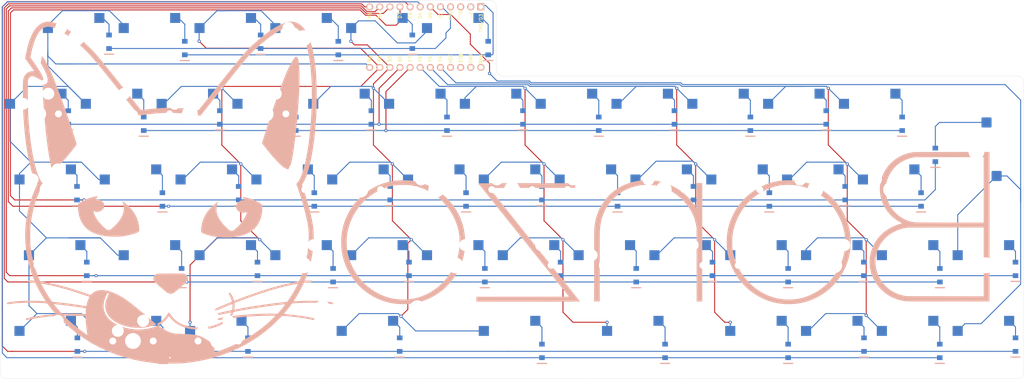
<source format=kicad_pcb>
(kicad_pcb (version 20171130) (host pcbnew "(5.1.4)-1")
  (layers (0 F.Cu signal) (31 B.Cu signal) (34 B.Paste user) (35 F.Paste user) (36 B.SilkS user hide) (37 F.SilkS user) (38 B.Mask user) (39 F.Mask user) (44 Edge.Cuts user))
  (net 0 "")
  (net 1 "Net-(D1-Pad2)")
  (net 2 col0)
  (net 3 "Net-(D6-Pad2)")
  (net 4 "Net-(D11-Pad2)")
  (net 5 col1)
  (net 6 "Net-(D16-Pad2)")
  (net 7 "Net-(D20-Pad2)")
  (net 8 col2)
  (net 9 "Net-(D25-Pad2)")
  (net 10 "Net-(D46-Pad2)")
  (net 11 col5)
  (net 12 "Net-(D42-Pad2)")
  (net 13 col4)
  (net 14 "Net-(D39-Pad2)")
  (net 15 "Net-(D8-Pad2)")
  (net 16 "Net-(D48-Pad2)")
  (net 17 "Net-(D45-Pad2)")
  (net 18 "Net-(D28-Pad2)")
  (net 19 "Net-(D19-Pad2)")
  (net 20 "Net-(D18-Pad2)")
  (net 21 "Net-(D51-Pad2)")
  (net 22 "Net-(D17-Pad2)")
  (net 23 col6)
  (net 24 "Net-(D52-Pad2)")
  (net 25 "Net-(D2-Pad2)")
  (net 26 "Net-(D22-Pad2)")
  (net 27 "Net-(D53-Pad2)")
  (net 28 "Net-(D43-Pad2)")
  (net 29 "Net-(D27-Pad2)")
  (net 30 "Net-(D31-Pad2)")
  (net 31 col3)
  (net 32 "Net-(D37-Pad2)")
  (net 33 "Net-(D34-Pad2)")
  (net 34 "Net-(D38-Pad2)")
  (net 35 "Net-(D41-Pad2)")
  (net 36 "Net-(D47-Pad2)")
  (net 37 "Net-(D35-Pad2)")
  (net 38 "Net-(D32-Pad2)")
  (net 39 "Net-(D40-Pad2)")
  (net 40 "Net-(D49-Pad2)")
  (net 41 "Net-(D44-Pad2)")
  (net 42 "Net-(D7-Pad2)")
  (net 43 "Net-(D21-Pad2)")
  (net 44 "Net-(D54-Pad2)")
  (net 45 "Net-(D13-Pad2)")
  (net 46 "Net-(D29-Pad2)")
  (net 47 "Net-(D26-Pad2)")
  (net 48 "Net-(D33-Pad2)")
  (net 49 "Net-(D50-Pad2)")
  (net 50 "Net-(D23-Pad2)")
  (net 51 "Net-(D12-Pad2)")
  (net 52 "Net-(D10-Pad2)")
  (net 53 "Net-(D14-Pad2)")
  (net 54 "Net-(D30-Pad2)")
  (net 55 "Net-(D9-Pad2)")
  (net 56 row0)
  (net 57 row2)
  (net 58 row4)
  (net 59 "Net-(D3-Pad2)")
  (net 60 row6)
  (net 61 "Net-(D4-Pad2)")
  (net 62 row8)
  (net 63 "Net-(D5-Pad2)")
  (net 64 row1)
  (net 65 row3)
  (net 66 row5)
  (net 67 row7)
  (net 68 row9)
  (net 69 "Net-(D15-Pad2)")
  (net 70 "Net-(D24-Pad2)")
  (net 71 "Net-(D36-Pad2)")
  (net 72 "Net-(U1-Pad24)")
  (net 73 "Net-(U1-Pad23)")
  (net 74 "Net-(U1-Pad22)")
  (net 75 "Net-(U1-Pad4)")
  (net 76 "Net-(U1-Pad3)")
  (net 77 "Net-(U1-Pad2)")
  (net 78 "Net-(U1-Pad21)")
  (module Silkscreenit:Bonzotext (layer B.Cu) (at 186.182 73.152 180)
    (fp_text reference G*** hide)
    (fp_text value LOGO hide)
  )
  (module Silkscreenit:lurker_bonzo_long (layer B.Cu) (at 61.722 64.262 180)
    (fp_text reference G*** hide)
    (fp_text value LOGO hide)
  )
  (module MX_Only:MXOnly-1U-Hotswap (layer F.Cu) (at 266.7 82.55)
    (fp_text reference MXFN1 hide)
    (fp_text value MX-NoLED)
    (pad 2 smd rect (at 5.842 -5.08) (size 2.55 2.5) (layers B.Cu B.Paste B.Mask) (net 27 "Net-(D53-Pad2)"))
    (pad 1 smd rect (at -7.085 -2.54) (size 2.55 2.5) (layers B.Cu B.Paste B.Mask) (net 23 col6))
    (pad "" np_thru_hole circle (at 5.08 0 48.0996) (size 1.75 1.75) (drill 1.75) (layers *.Cu *.Mask))
    (pad "" np_thru_hole circle (at -5.08 0 48.0996) (size 1.75 1.75) (drill 1.75) (layers *.Cu *.Mask))
    (pad "" np_thru_hole circle (at -3.81 -2.54) (size 3 3) (drill 3) (layers *.Cu *.Mask))
    (pad "" np_thru_hole circle (at 0 0) (size 3.9878 3.9878) (drill 3.9878) (layers *.Cu *.Mask))
    (pad "" np_thru_hole circle (at 2.54 -5.08) (size 3 3) (drill 3) (layers *.Cu *.Mask))
  )
  (module MX_Only:MXOnly-1.5U-Hotswap (layer F.Cu) (at 33.3375 82.55)
    (fp_text reference MXSHIFT1 hide)
    (fp_text value MX-NoLED)
    (pad 2 smd rect (at 5.842 -5.08) (size 2.55 2.5) (layers B.Cu B.Paste B.Mask) (net 61 "Net-(D4-Pad2)"))
    (pad 1 smd rect (at -7.085 -2.54) (size 2.55 2.5) (layers B.Cu B.Paste B.Mask) (net 2 col0))
    (pad "" np_thru_hole circle (at 5.08 0 48.0996) (size 1.75 1.75) (drill 1.75) (layers *.Cu *.Mask))
    (pad "" np_thru_hole circle (at -5.08 0 48.0996) (size 1.75 1.75) (drill 1.75) (layers *.Cu *.Mask))
    (pad "" np_thru_hole circle (at -3.81 -2.54) (size 3 3) (drill 3) (layers *.Cu *.Mask))
    (pad "" np_thru_hole circle (at 0 0) (size 3.9878 3.9878) (drill 3.9878) (layers *.Cu *.Mask))
    (pad "" np_thru_hole circle (at 2.54 -5.08) (size 3 3) (drill 3) (layers *.Cu *.Mask))
  )
  (module MX_Only:MXOnly-1U-Hotswap (layer F.Cu) (at 38.1 25.4)
    (fp_text reference MX1 hide)
    (fp_text value MX-NoLED)
    (pad 2 smd rect (at 5.842 -5.08) (size 2.55 2.5) (layers B.Cu B.Paste B.Mask) (net 1 "Net-(D1-Pad2)"))
    (pad 1 smd rect (at -7.085 -2.54) (size 2.55 2.5) (layers B.Cu B.Paste B.Mask) (net 2 col0))
    (pad "" np_thru_hole circle (at 5.08 0 48.0996) (size 1.75 1.75) (drill 1.75) (layers *.Cu *.Mask))
    (pad "" np_thru_hole circle (at -5.08 0 48.0996) (size 1.75 1.75) (drill 1.75) (layers *.Cu *.Mask))
    (pad "" np_thru_hole circle (at -3.81 -2.54) (size 3 3) (drill 3) (layers *.Cu *.Mask))
    (pad "" np_thru_hole circle (at 0 0) (size 3.9878 3.9878) (drill 3.9878) (layers *.Cu *.Mask))
    (pad "" np_thru_hole circle (at 2.54 -5.08) (size 3 3) (drill 3) (layers *.Cu *.Mask))
  )
  (module Keebio-Parts:D_SOD123 (layer B.Cu) (at 274.14474 83.45625 90)
    (fp_text reference D53 hide)
    (fp_text value D_Small hide)
    (pad 1 smd rect (at -1.7 0 90) (size 1.2 1.4) (layers B.Cu B.Paste B.Mask) (net 60 row6))
    (pad 2 smd rect (at 1.7 0 90) (size 1.2 1.4) (layers B.Cu B.Paste B.Mask) (net 27 "Net-(D53-Pad2)"))
  )
  (module Keebio-Parts:D_SOD123 (layer B.Cu) (at 274.14474 102.50625 90)
    (fp_text reference D54 hide)
    (fp_text value D_Small hide)
    (pad 1 smd rect (at -1.7 0 90) (size 1.2 1.4) (layers B.Cu B.Paste B.Mask) (net 62 row8))
    (pad 2 smd rect (at 1.7 0 90) (size 1.2 1.4) (layers B.Cu B.Paste B.Mask) (net 44 "Net-(D54-Pad2)"))
  )
  (module Keebio-Parts:D_SOD123 (layer B.Cu) (at 254 54.76875 90)
    (fp_text reference D52 hide)
    (fp_text value D_Small hide)
    (pad 1 smd rect (at -1.7 0 90) (size 1.2 1.4) (layers B.Cu B.Paste B.Mask) (net 58 row4))
    (pad 2 smd rect (at 1.7 0 90) (size 1.2 1.4) (layers B.Cu B.Paste B.Mask) (net 24 "Net-(D52-Pad2)"))
  )
  (module Keebio-Parts:D_SOD123 (layer B.Cu) (at 255.10998 104.09375 90)
    (fp_text reference D51 hide)
    (fp_text value D_Small hide)
    (pad 1 smd rect (at -1.7 0 90) (size 1.2 1.4) (layers B.Cu B.Paste B.Mask) (net 68 row9))
    (pad 2 smd rect (at 1.7 0 90) (size 1.2 1.4) (layers B.Cu B.Paste B.Mask) (net 21 "Net-(D51-Pad2)"))
  )
  (module Keebio-Parts:D_SOD123 (layer B.Cu) (at 255.143 85.04375 90)
    (fp_text reference D50 hide)
    (fp_text value D_Small hide)
    (pad 1 smd rect (at -1.7 0 90) (size 1.2 1.4) (layers B.Cu B.Paste B.Mask) (net 67 row7))
    (pad 2 smd rect (at 1.7 0 90) (size 1.2 1.4) (layers B.Cu B.Paste B.Mask) (net 49 "Net-(D50-Pad2)"))
  )
  (module Keebio-Parts:D_SOD123 (layer B.Cu) (at 250.4186 65.99375 90)
    (fp_text reference D49 hide)
    (fp_text value D_Small hide)
    (pad 1 smd rect (at -1.7 0 90) (size 1.2 1.4) (layers B.Cu B.Paste B.Mask) (net 66 row5))
    (pad 2 smd rect (at 1.7 0 90) (size 1.2 1.4) (layers B.Cu B.Paste B.Mask) (net 40 "Net-(D49-Pad2)"))
  )
  (module Keebio-Parts:D_SOD123 (layer B.Cu) (at 245.66118 46.94375 90)
    (fp_text reference D48 hide)
    (fp_text value D_Small hide)
    (pad 1 smd rect (at -1.7 0 90) (size 1.2 1.4) (layers B.Cu B.Paste B.Mask) (net 65 row3))
    (pad 2 smd rect (at 1.7 0 90) (size 1.2 1.4) (layers B.Cu B.Paste B.Mask) (net 16 "Net-(D48-Pad2)"))
  )
  (module Keebio-Parts:D_SOD123 (layer B.Cu) (at 236.07776 102.50625 90)
    (fp_text reference D47 hide)
    (fp_text value D_Small hide)
    (pad 1 smd rect (at -1.7 0 90) (size 1.2 1.4) (layers B.Cu B.Paste B.Mask) (net 62 row8))
    (pad 2 smd rect (at 1.7 0 90) (size 1.2 1.4) (layers B.Cu B.Paste B.Mask) (net 36 "Net-(D47-Pad2)"))
  )
  (module Keebio-Parts:D_SOD123 (layer B.Cu) (at 236.0422 83.45625 90)
    (fp_text reference D46 hide)
    (fp_text value D_Small hide)
    (pad 1 smd rect (at -1.7 0 90) (size 1.2 1.4) (layers B.Cu B.Paste B.Mask) (net 60 row6))
    (pad 2 smd rect (at 1.7 0 90) (size 1.2 1.4) (layers B.Cu B.Paste B.Mask) (net 10 "Net-(D46-Pad2)"))
  )
  (module Keebio-Parts:D_SOD123 (layer B.Cu) (at 231.35082 64.40625 90)
    (fp_text reference D45 hide)
    (fp_text value D_Small hide)
    (pad 1 smd rect (at -1.7 0 90) (size 1.2 1.4) (layers B.Cu B.Paste B.Mask) (net 58 row4))
    (pad 2 smd rect (at 1.7 0 90) (size 1.2 1.4) (layers B.Cu B.Paste B.Mask) (net 17 "Net-(D45-Pad2)"))
  )
  (module Keebio-Parts:D_SOD123 (layer B.Cu) (at 226.5934 45.35625 90)
    (fp_text reference D44 hide)
    (fp_text value D_Small hide)
    (pad 1 smd rect (at -1.7 0 90) (size 1.2 1.4) (layers B.Cu B.Paste B.Mask) (net 57 row2))
    (pad 2 smd rect (at 1.7 0 90) (size 1.2 1.4) (layers B.Cu B.Paste B.Mask) (net 41 "Net-(D44-Pad2)"))
  )
  (module Keebio-Parts:D_SOD123 (layer B.Cu) (at 217.00998 104.09375 90)
    (fp_text reference D43 hide)
    (fp_text value D_Small hide)
    (pad 1 smd rect (at -1.7 0 90) (size 1.2 1.4) (layers B.Cu B.Paste B.Mask) (net 68 row9))
    (pad 2 smd rect (at 1.7 0 90) (size 1.2 1.4) (layers B.Cu B.Paste B.Mask) (net 28 "Net-(D43-Pad2)"))
  )
  (module Keebio-Parts:D_SOD123 (layer B.Cu) (at 217.00998 85.04375 90)
    (fp_text reference D42 hide)
    (fp_text value D_Small hide)
    (pad 1 smd rect (at -1.7 0 90) (size 1.2 1.4) (layers B.Cu B.Paste B.Mask) (net 67 row7))
    (pad 2 smd rect (at 1.7 0 90) (size 1.2 1.4) (layers B.Cu B.Paste B.Mask) (net 12 "Net-(D42-Pad2)"))
  )
  (module Keebio-Parts:D_SOD123 (layer B.Cu) (at 212.28558 65.99375 90)
    (fp_text reference D41 hide)
    (fp_text value D_Small hide)
    (pad 1 smd rect (at -1.7 0 90) (size 1.2 1.4) (layers B.Cu B.Paste B.Mask) (net 66 row5))
    (pad 2 smd rect (at 1.7 0 90) (size 1.2 1.4) (layers B.Cu B.Paste B.Mask) (net 35 "Net-(D41-Pad2)"))
  )
  (module Keebio-Parts:D_SOD123 (layer B.Cu) (at 207.52562 46.94375 90)
    (fp_text reference D40 hide)
    (fp_text value D_Small hide)
    (pad 1 smd rect (at -1.7 0 90) (size 1.2 1.4) (layers B.Cu B.Paste B.Mask) (net 65 row3))
    (pad 2 smd rect (at 1.7 0 90) (size 1.2 1.4) (layers B.Cu B.Paste B.Mask) (net 39 "Net-(D40-Pad2)"))
  )
  (module Keebio-Parts:D_SOD123 (layer B.Cu) (at 198.00824 83.45625 90)
    (fp_text reference D39 hide)
    (fp_text value D_Small hide)
    (pad 1 smd rect (at -1.7 0 90) (size 1.2 1.4) (layers B.Cu B.Paste B.Mask) (net 60 row6))
    (pad 2 smd rect (at 1.7 0 90) (size 1.2 1.4) (layers B.Cu B.Paste B.Mask) (net 14 "Net-(D39-Pad2)"))
  )
  (module Keebio-Parts:D_SOD123 (layer B.Cu) (at 193.2178 64.40625 90)
    (fp_text reference D38 hide)
    (fp_text value D_Small hide)
    (pad 1 smd rect (at -1.7 0 90) (size 1.2 1.4) (layers B.Cu B.Paste B.Mask) (net 58 row4))
    (pad 2 smd rect (at 1.7 0 90) (size 1.2 1.4) (layers B.Cu B.Paste B.Mask) (net 34 "Net-(D38-Pad2)"))
  )
  (module Keebio-Parts:D_SOD123 (layer B.Cu) (at 188.45784 45.35625 90)
    (fp_text reference D37 hide)
    (fp_text value D_Small hide)
    (pad 1 smd rect (at -1.7 0 90) (size 1.2 1.4) (layers B.Cu B.Paste B.Mask) (net 57 row2))
    (pad 2 smd rect (at 1.7 0 90) (size 1.2 1.4) (layers B.Cu B.Paste B.Mask) (net 32 "Net-(D37-Pad2)"))
  )
  (module Keebio-Parts:D_SOD123 (layer B.Cu) (at 186.09564 104.09375 90)
    (fp_text reference D36 hide)
    (fp_text value D_Small hide)
    (pad 1 smd rect (at -1.7 0 90) (size 1.2 1.4) (layers B.Cu B.Paste B.Mask) (net 68 row9))
    (pad 2 smd rect (at 1.7 0 90) (size 1.2 1.4) (layers B.Cu B.Paste B.Mask) (net 71 "Net-(D36-Pad2)"))
  )
  (module Keebio-Parts:D_SOD123 (layer B.Cu) (at 178.8414 85.04375 90)
    (fp_text reference D35 hide)
    (fp_text value D_Small hide)
    (pad 1 smd rect (at -1.7 0 90) (size 1.2 1.4) (layers B.Cu B.Paste B.Mask) (net 67 row7))
    (pad 2 smd rect (at 1.7 0 90) (size 1.2 1.4) (layers B.Cu B.Paste B.Mask) (net 37 "Net-(D35-Pad2)"))
  )
  (module Keebio-Parts:D_SOD123 (layer B.Cu) (at 174.15002 65.99375 90)
    (fp_text reference D34 hide)
    (fp_text value D_Small hide)
    (pad 1 smd rect (at -1.7 0 90) (size 1.2 1.4) (layers B.Cu B.Paste B.Mask) (net 66 row5))
    (pad 2 smd rect (at 1.7 0 90) (size 1.2 1.4) (layers B.Cu B.Paste B.Mask) (net 33 "Net-(D34-Pad2)"))
  )
  (module Keebio-Parts:D_SOD123 (layer B.Cu) (at 169.42562 46.94375 90)
    (fp_text reference D33 hide)
    (fp_text value D_Small hide)
    (pad 1 smd rect (at -1.7 0 90) (size 1.2 1.4) (layers B.Cu B.Paste B.Mask) (net 65 row3))
    (pad 2 smd rect (at 1.7 0 90) (size 1.2 1.4) (layers B.Cu B.Paste B.Mask) (net 48 "Net-(D33-Pad2)"))
  )
  (module Keebio-Parts:D_SOD123 (layer B.Cu) (at 159.8422 83.45625 90)
    (fp_text reference D32 hide)
    (fp_text value D_Small hide)
    (pad 1 smd rect (at -1.7 0 90) (size 1.2 1.4) (layers B.Cu B.Paste B.Mask) (net 60 row6))
    (pad 2 smd rect (at 1.7 0 90) (size 1.2 1.4) (layers B.Cu B.Paste B.Mask) (net 38 "Net-(D32-Pad2)"))
  )
  (module Keebio-Parts:D_SOD123 (layer B.Cu) (at 155.15082 64.40625 90)
    (fp_text reference D31 hide)
    (fp_text value D_Small hide)
    (pad 1 smd rect (at -1.7 0 90) (size 1.2 1.4) (layers B.Cu B.Paste B.Mask) (net 58 row4))
    (pad 2 smd rect (at 1.7 0 90) (size 1.2 1.4) (layers B.Cu B.Paste B.Mask) (net 30 "Net-(D31-Pad2)"))
  )
  (module Keebio-Parts:D_SOD123 (layer B.Cu) (at 150.39086 45.35625 90)
    (fp_text reference D30 hide)
    (fp_text value D_Small hide)
    (pad 1 smd rect (at -1.7 0 90) (size 1.2 1.4) (layers B.Cu B.Paste B.Mask) (net 57 row2))
    (pad 2 smd rect (at 1.7 0 90) (size 1.2 1.4) (layers B.Cu B.Paste B.Mask) (net 54 "Net-(D30-Pad2)"))
  )
  (module Keebio-Parts:D_SOD123 (layer B.Cu) (at 155.15082 104.09375 90)
    (fp_text reference D29 hide)
    (fp_text value D_Small hide)
    (pad 1 smd rect (at -1.7 0 90) (size 1.2 1.4) (layers B.Cu B.Paste B.Mask) (net 68 row9))
    (pad 2 smd rect (at 1.7 0 90) (size 1.2 1.4) (layers B.Cu B.Paste B.Mask) (net 46 "Net-(D29-Pad2)"))
  )
  (module Keebio-Parts:D_SOD123 (layer B.Cu) (at 140.80744 85.04375 90)
    (fp_text reference D28 hide)
    (fp_text value D_Small hide)
    (pad 1 smd rect (at -1.7 0 90) (size 1.2 1.4) (layers B.Cu B.Paste B.Mask) (net 67 row7))
    (pad 2 smd rect (at 1.7 0 90) (size 1.2 1.4) (layers B.Cu B.Paste B.Mask) (net 18 "Net-(D28-Pad2)"))
  )
  (module Keebio-Parts:D_SOD123 (layer B.Cu) (at 136.08304 65.99375 90)
    (fp_text reference D27 hide)
    (fp_text value D_Small hide)
    (pad 1 smd rect (at -1.7 0 90) (size 1.2 1.4) (layers B.Cu B.Paste B.Mask) (net 66 row5))
    (pad 2 smd rect (at 1.7 0 90) (size 1.2 1.4) (layers B.Cu B.Paste B.Mask) (net 29 "Net-(D27-Pad2)"))
  )
  (module Keebio-Parts:D_SOD123 (layer B.Cu) (at 131.29006 46.94375 90)
    (fp_text reference D26 hide)
    (fp_text value D_Small hide)
    (pad 1 smd rect (at -1.7 0 90) (size 1.2 1.4) (layers B.Cu B.Paste B.Mask) (net 65 row3))
    (pad 2 smd rect (at 1.7 0 90) (size 1.2 1.4) (layers B.Cu B.Paste B.Mask) (net 47 "Net-(D26-Pad2)"))
  )
  (module Keebio-Parts:D_SOD123 (layer B.Cu) (at 141.64056 27.89375 90)
    (fp_text reference D25 hide)
    (fp_text value D_Small hide)
    (pad 1 smd rect (at -1.7 0 90) (size 1.2 1.4) (layers B.Cu B.Paste B.Mask) (net 64 row1))
    (pad 2 smd rect (at 1.7 0 90) (size 1.2 1.4) (layers B.Cu B.Paste B.Mask) (net 9 "Net-(D25-Pad2)"))
  )
  (module Keebio-Parts:D_SOD123 (layer B.Cu) (at 119.41302 102.50625 90)
    (fp_text reference D24 hide)
    (fp_text value D_Small hide)
    (pad 1 smd rect (at -1.7 0 90) (size 1.2 1.4) (layers B.Cu B.Paste B.Mask) (net 62 row8))
    (pad 2 smd rect (at 1.7 0 90) (size 1.2 1.4) (layers B.Cu B.Paste B.Mask) (net 70 "Net-(D24-Pad2)"))
  )
  (module Keebio-Parts:D_SOD123 (layer B.Cu) (at 121.7422 83.45625 90)
    (fp_text reference D23 hide)
    (fp_text value D_Small hide)
    (pad 1 smd rect (at -1.7 0 90) (size 1.2 1.4) (layers B.Cu B.Paste B.Mask) (net 60 row6))
    (pad 2 smd rect (at 1.7 0 90) (size 1.2 1.4) (layers B.Cu B.Paste B.Mask) (net 50 "Net-(D23-Pad2)"))
  )
  (module Keebio-Parts:D_SOD123 (layer B.Cu) (at 117.01526 64.40625 90)
    (fp_text reference D22 hide)
    (fp_text value D_Small hide)
    (pad 1 smd rect (at -1.7 0 90) (size 1.2 1.4) (layers B.Cu B.Paste B.Mask) (net 58 row4))
    (pad 2 smd rect (at 1.7 0 90) (size 1.2 1.4) (layers B.Cu B.Paste B.Mask) (net 26 "Net-(D22-Pad2)"))
  )
  (module Keebio-Parts:D_SOD123 (layer B.Cu) (at 112.29086 45.35625 90)
    (fp_text reference D21 hide)
    (fp_text value D_Small hide)
    (pad 1 smd rect (at -1.7 0 90) (size 1.2 1.4) (layers B.Cu B.Paste B.Mask) (net 57 row2))
    (pad 2 smd rect (at 1.7 0 90) (size 1.2 1.4) (layers B.Cu B.Paste B.Mask) (net 43 "Net-(D21-Pad2)"))
  )
  (module Keebio-Parts:D_SOD123 (layer B.Cu) (at 122.57278 26.30625 90)
    (fp_text reference D20 hide)
    (fp_text value D_Small hide)
    (pad 1 smd rect (at -1.7 0 90) (size 1.2 1.4) (layers B.Cu B.Paste B.Mask) (net 56 row0))
    (pad 2 smd rect (at 1.7 0 90) (size 1.2 1.4) (layers B.Cu B.Paste B.Mask) (net 7 "Net-(D20-Pad2)"))
  )
  (module Keebio-Parts:D_SOD123 (layer B.Cu) (at 102.67442 85.04375 90)
    (fp_text reference D19 hide)
    (fp_text value D_Small hide)
    (pad 1 smd rect (at -1.7 0 90) (size 1.2 1.4) (layers B.Cu B.Paste B.Mask) (net 67 row7))
    (pad 2 smd rect (at 1.7 0 90) (size 1.2 1.4) (layers B.Cu B.Paste B.Mask) (net 19 "Net-(D19-Pad2)"))
  )
  (module Keebio-Parts:D_SOD123 (layer B.Cu) (at 97.95002 65.99375 90)
    (fp_text reference D18 hide)
    (fp_text value D_Small hide)
    (pad 1 smd rect (at -1.7 0 90) (size 1.2 1.4) (layers B.Cu B.Paste B.Mask) (net 66 row5))
    (pad 2 smd rect (at 1.7 0 90) (size 1.2 1.4) (layers B.Cu B.Paste B.Mask) (net 20 "Net-(D18-Pad2)"))
  )
  (module Keebio-Parts:D_SOD123 (layer B.Cu) (at 93.28912 46.94375 90)
    (fp_text reference D17 hide)
    (fp_text value D_Small hide)
    (pad 1 smd rect (at -1.7 0 90) (size 1.2 1.4) (layers B.Cu B.Paste B.Mask) (net 65 row3))
    (pad 2 smd rect (at 1.7 0 90) (size 1.2 1.4) (layers B.Cu B.Paste B.Mask) (net 22 "Net-(D17-Pad2)"))
  )
  (module Keebio-Parts:D_SOD123 (layer B.Cu) (at 103.98125 27.89375 90)
    (fp_text reference D16 hide)
    (fp_text value D_Small hide)
    (pad 1 smd rect (at -1.7 0 90) (size 1.2 1.4) (layers B.Cu B.Paste B.Mask) (net 64 row1))
    (pad 2 smd rect (at 1.7 0 90) (size 1.2 1.4) (layers B.Cu B.Paste B.Mask) (net 6 "Net-(D16-Pad2)"))
  )
  (module Keebio-Parts:D_SOD123 (layer B.Cu) (at 81.27746 102.50625 90)
    (fp_text reference D15 hide)
    (fp_text value D_Small hide)
    (pad 1 smd rect (at -1.7 0 90) (size 1.2 1.4) (layers B.Cu B.Paste B.Mask) (net 62 row8))
    (pad 2 smd rect (at 1.7 0 90) (size 1.2 1.4) (layers B.Cu B.Paste B.Mask) (net 69 "Net-(D15-Pad2)"))
  )
  (module Keebio-Parts:D_SOD123 (layer B.Cu) (at 83.67268 83.45625 90)
    (fp_text reference D14 hide)
    (fp_text value D_Small hide)
    (pad 1 smd rect (at -1.7 0 90) (size 1.2 1.4) (layers B.Cu B.Paste B.Mask) (net 60 row6))
    (pad 2 smd rect (at 1.7 0 90) (size 1.2 1.4) (layers B.Cu B.Paste B.Mask) (net 53 "Net-(D14-Pad2)"))
  )
  (module Keebio-Parts:D_SOD123 (layer B.Cu) (at 78.94828 64.40625 90)
    (fp_text reference D13 hide)
    (fp_text value D_Small hide)
    (pad 1 smd rect (at -1.7 0 90) (size 1.2 1.4) (layers B.Cu B.Paste B.Mask) (net 58 row4))
    (pad 2 smd rect (at 1.7 0 90) (size 1.2 1.4) (layers B.Cu B.Paste B.Mask) (net 45 "Net-(D13-Pad2)"))
  )
  (module Keebio-Parts:D_SOD123 (layer B.Cu) (at 74.22388 45.35625 90)
    (fp_text reference D12 hide)
    (fp_text value D_Small hide)
    (pad 1 smd rect (at -1.7 0 90) (size 1.2 1.4) (layers B.Cu B.Paste B.Mask) (net 57 row2))
    (pad 2 smd rect (at 1.7 0 90) (size 1.2 1.4) (layers B.Cu B.Paste B.Mask) (net 51 "Net-(D12-Pad2)"))
  )
  (module Keebio-Parts:D_SOD123 (layer B.Cu) (at 84.47278 26.30625 90)
    (fp_text reference D11 hide)
    (fp_text value D_Small hide)
    (pad 1 smd rect (at -1.7 0 90) (size 1.2 1.4) (layers B.Cu B.Paste B.Mask) (net 56 row0))
    (pad 2 smd rect (at 1.7 0 90) (size 1.2 1.4) (layers B.Cu B.Paste B.Mask) (net 4 "Net-(D11-Pad2)"))
  )
  (module Keebio-Parts:D_SOD123 (layer B.Cu) (at 59.8805 104.09375 90)
    (fp_text reference D10 hide)
    (fp_text value D_Small hide)
    (pad 1 smd rect (at -1.7 0 90) (size 1.2 1.4) (layers B.Cu B.Paste B.Mask) (net 68 row9))
    (pad 2 smd rect (at 1.7 0 90) (size 1.2 1.4) (layers B.Cu B.Paste B.Mask) (net 52 "Net-(D10-Pad2)"))
  )
  (module Keebio-Parts:D_SOD123 (layer B.Cu) (at 64.60744 85.04375 90)
    (fp_text reference D9 hide)
    (fp_text value D_Small hide)
    (pad 1 smd rect (at -1.7 0 90) (size 1.2 1.4) (layers B.Cu B.Paste B.Mask) (net 67 row7))
    (pad 2 smd rect (at 1.7 0 90) (size 1.2 1.4) (layers B.Cu B.Paste B.Mask) (net 55 "Net-(D9-Pad2)"))
  )
  (module Keebio-Parts:D_SOD123 (layer B.Cu) (at 59.78144 65.99375 90)
    (fp_text reference D8 hide)
    (fp_text value D_Small hide)
    (pad 1 smd rect (at -1.7 0 90) (size 1.2 1.4) (layers B.Cu B.Paste B.Mask) (net 66 row5))
    (pad 2 smd rect (at 1.7 0 90) (size 1.2 1.4) (layers B.Cu B.Paste B.Mask) (net 15 "Net-(D8-Pad2)"))
  )
  (module Keebio-Parts:D_SOD123 (layer B.Cu) (at 55.09006 46.94375 90)
    (fp_text reference D7 hide)
    (fp_text value D_Small hide)
    (pad 1 smd rect (at -1.7 0 90) (size 1.2 1.4) (layers B.Cu B.Paste B.Mask) (net 65 row3))
    (pad 2 smd rect (at 1.7 0 90) (size 1.2 1.4) (layers B.Cu B.Paste B.Mask) (net 42 "Net-(D7-Pad2)"))
  )
  (module Keebio-Parts:D_SOD123 (layer B.Cu) (at 65.405 27.89375 90)
    (fp_text reference D6 hide)
    (fp_text value D_Small hide)
    (pad 1 smd rect (at -1.7 0 90) (size 1.2 1.4) (layers B.Cu B.Paste B.Mask) (net 64 row1))
    (pad 2 smd rect (at 1.7 0 90) (size 1.2 1.4) (layers B.Cu B.Paste B.Mask) (net 3 "Net-(D6-Pad2)"))
  )
  (module Keebio-Parts:D_SOD123 (layer B.Cu) (at 38.4175 102.50625 90)
    (fp_text reference D5 hide)
    (fp_text value D_Small hide)
    (pad 1 smd rect (at -1.7 0 90) (size 1.2 1.4) (layers B.Cu B.Paste B.Mask) (net 62 row8))
    (pad 2 smd rect (at 1.7 0 90) (size 1.2 1.4) (layers B.Cu B.Paste B.Mask) (net 63 "Net-(D5-Pad2)"))
  )
  (module Keebio-Parts:D_SOD123 (layer B.Cu) (at 40.78224 83.45625 90)
    (fp_text reference D4 hide)
    (fp_text value D_Small hide)
    (pad 1 smd rect (at -1.7 0 90) (size 1.2 1.4) (layers B.Cu B.Paste B.Mask) (net 60 row6))
    (pad 2 smd rect (at 1.7 0 90) (size 1.2 1.4) (layers B.Cu B.Paste B.Mask) (net 61 "Net-(D4-Pad2)"))
  )
  (module Keebio-Parts:D_SOD123 (layer B.Cu) (at 38.31844 64.40625 90)
    (fp_text reference D3 hide)
    (fp_text value D_Small hide)
    (pad 1 smd rect (at -1.7 0 90) (size 1.2 1.4) (layers B.Cu B.Paste B.Mask) (net 58 row4))
    (pad 2 smd rect (at 1.7 0 90) (size 1.2 1.4) (layers B.Cu B.Paste B.Mask) (net 59 "Net-(D3-Pad2)"))
  )
  (module Keebio-Parts:D_SOD123 (layer B.Cu) (at 36.12388 45.35625 90)
    (fp_text reference D2 hide)
    (fp_text value D_Small hide)
    (pad 1 smd rect (at -1.7 0 90) (size 1.2 1.4) (layers B.Cu B.Paste B.Mask) (net 57 row2))
    (pad 2 smd rect (at 1.7 0 90) (size 1.2 1.4) (layers B.Cu B.Paste B.Mask) (net 25 "Net-(D2-Pad2)"))
  )
  (module Keebio-Parts:D_SOD123 (layer B.Cu) (at 46.37278 26.30625 90)
    (fp_text reference D1 hide)
    (fp_text value D_Small hide)
    (pad 1 smd rect (at -1.7 0 90) (size 1.2 1.4) (layers B.Cu B.Paste B.Mask) (net 56 row0))
    (pad 2 smd rect (at 1.7 0 90) (size 1.2 1.4) (layers B.Cu B.Paste B.Mask) (net 1 "Net-(D1-Pad2)"))
  )
  (module acheron_MXH:MX_ISOEnter_VerticalH (layer B.Cu) (at 264.31875 53.975 180)
    (fp_text reference MXENTER1 hide)
    (fp_text value MX-NoLED hide)
    (pad 2 smd roundrect (at -2.54 7.366 90) (size 2.54 2.54) (layers B.Cu B.Mask) (roundrect_rratio 0.1) (net 24 "Net-(D52-Pad2)"))
    (pad 1 smd roundrect (at -5.08 -6.096 90) (size 2.54 2.54) (layers B.Cu B.Mask) (roundrect_rratio 0.1) (net 23 col6))
    (pad "" np_thru_hole circle (at 8.255 11.938 90) (size 3.9878 3.9878) (drill 3.9878) (layers *.Cu *.Mask))
    (pad "" np_thru_hole circle (at 0 0 180) (size 3.9878 3.9878) (drill 3.9878) (layers *.Cu *.Mask))
    (pad "" np_thru_hole circle (at 0 5.08 180) (size 1.7018 1.7018) (drill 1.7018) (layers *.Cu *.Mask))
    (pad "" np_thru_hole circle (at 8.255 -11.938 90) (size 3.9878 3.9878) (drill 3.9878) (layers *.Cu *.Mask))
    (pad "" np_thru_hole circle (at 0 -5.08 180) (size 1.7018 1.7018) (drill 1.7018) (layers *.Cu *.Mask))
    (pad "" np_thru_hole circle (at -5.08 -2.54 90) (size 3.048 3.048) (drill 3.048) (layers *.Cu *.Mask))
    (pad "" np_thru_hole circle (at -2.54 3.81 90) (size 3.048 3.048) (drill 3.048) (layers *.Cu *.Mask))
    (pad "" np_thru_hole circle (at -6.985 -11.938 90) (size 3.048 3.048) (drill 3.048) (layers *.Cu *.Mask))
    (pad "" np_thru_hole circle (at -6.985 11.938 90) (size 3.048 3.048) (drill 3.048) (layers *.Cu *.Mask))
  )
  (module Keebio-Parts:ArduinoProMicro (layer F.Cu) (at 125.83414 25.146 180)
    (fp_text reference U1 hide)
    (fp_text value ProMicro hide)
    (fp_text user TX0/D3 (at -13.97 3.571872 90) (layer F.SilkS) (effects (font (size 0.8 0.8))))
    (fp_text user D2 (at -11.43 5.461 90) (layer F.SilkS) (effects (font (size 0.8 0.8))))
    (fp_text user D0 (at -1.27 5.461 90) (layer F.SilkS) (effects (font (size 0.8 0.8))))
    (fp_text user D1 (at -3.81 5.461 90) (layer F.SilkS) (effects (font (size 0.8 0.8))))
    (fp_text user GND (at -6.35 5.461 90) (layer F.SilkS) (effects (font (size 0.8 0.8))))
    (fp_text user GND (at -8.89 5.461 90) (layer F.SilkS) (effects (font (size 0.8 0.8))))
    (fp_text user D4 (at 1.27 5.461 90) (layer F.SilkS) (effects (font (size 0.8 0.8))))
    (fp_text user C6 (at 3.81 5.461 90) (layer F.SilkS) (effects (font (size 0.8 0.8))))
    (fp_text user D7 (at 6.35 5.461 90) (layer F.SilkS) (effects (font (size 0.8 0.8))))
    (fp_text user E6 (at 8.89 5.461 90) (layer F.SilkS) (effects (font (size 0.8 0.8))))
    (fp_text user B4 (at 11.43 5.461 90) (layer F.SilkS) (effects (font (size 0.8 0.8))))
    (fp_text user B5 (at 13.97 5.461 90) (layer F.SilkS) (effects (font (size 0.8 0.8))))
    (fp_text user B6 (at 13.97 -5.461 90) (layer F.SilkS) (effects (font (size 0.8 0.8))))
    (fp_text user B3 (at 8.89 -5.461 90) (layer F.SilkS) (effects (font (size 0.8 0.8))))
    (fp_text user B1 (at 6.35 -5.461 90) (layer F.SilkS) (effects (font (size 0.8 0.8))))
    (fp_text user F4 (at -3.81 -5.461 90) (layer F.SilkS) (effects (font (size 0.8 0.8))))
    (fp_text user VCC (at -6.35 -5.461 90) (layer F.SilkS) (effects (font (size 0.8 0.8))))
    (fp_text user ST (at -8.92 -5.73312 90) (layer F.SilkS) (effects (font (size 0.8 0.8))))
    (fp_text user GND (at -11.43 -5.461 90) (layer F.SilkS) (effects (font (size 0.8 0.8))))
    (fp_text user RAW (at -13.97 -5.461 90) (layer F.SilkS) (effects (font (size 0.8 0.8))))
    (fp_text user F5 (at -1.27 -5.461 90) (layer F.SilkS) (effects (font (size 0.8 0.8))))
    (fp_text user F6 (at 1.27 -5.461 90) (layer F.SilkS) (effects (font (size 0.8 0.8))))
    (fp_text user F7 (at 3.81 -5.461 90) (layer F.SilkS) (effects (font (size 0.8 0.8))))
    (fp_text user B2 (at 11.43 -5.461 90) (layer F.SilkS) (effects (font (size 0.8 0.8))))
    (pad 24 thru_hole circle (at -13.97 -7.62 180) (size 1.7526 1.7526) (drill 1.0922) (layers *.Cu *.SilkS *.Mask) (net 72 "Net-(U1-Pad24)"))
    (pad 12 thru_hole circle (at 13.97 7.62 180) (size 1.7526 1.7526) (drill 1.0922) (layers *.Cu *.SilkS *.Mask) (net 67 row7))
    (pad 23 thru_hole circle (at -11.43 -7.62 180) (size 1.7526 1.7526) (drill 1.0922) (layers *.Cu *.SilkS *.Mask) (net 73 "Net-(U1-Pad23)"))
    (pad 22 thru_hole circle (at -8.89 -7.62 180) (size 1.7526 1.7526) (drill 1.0922) (layers *.Cu *.SilkS *.Mask) (net 74 "Net-(U1-Pad22)"))
    (pad 21 thru_hole circle (at -6.35 -7.62 180) (size 1.7526 1.7526) (drill 1.0922) (layers *.Cu *.SilkS *.Mask) (net 78 "Net-(U1-Pad21)"))
    (pad 20 thru_hole circle (at -3.81 -7.62 180) (size 1.7526 1.7526) (drill 1.0922) (layers *.Cu *.SilkS *.Mask) (net 11 col5))
    (pad 19 thru_hole circle (at -1.27 -7.62 180) (size 1.7526 1.7526) (drill 1.0922) (layers *.Cu *.SilkS *.Mask) (net 13 col4))
    (pad 18 thru_hole circle (at 1.27 -7.62 180) (size 1.7526 1.7526) (drill 1.0922) (layers *.Cu *.SilkS *.Mask) (net 31 col3))
    (pad 17 thru_hole circle (at 3.81 -7.62 180) (size 1.7526 1.7526) (drill 1.0922) (layers *.Cu *.SilkS *.Mask) (net 65 row3))
    (pad 16 thru_hole circle (at 6.35 -7.62 180) (size 1.7526 1.7526) (drill 1.0922) (layers *.Cu *.SilkS *.Mask) (net 57 row2))
    (pad 15 thru_hole circle (at 8.89 -7.62 180) (size 1.7526 1.7526) (drill 1.0922) (layers *.Cu *.SilkS *.Mask) (net 8 col2))
    (pad 14 thru_hole circle (at 11.43 -7.62 180) (size 1.7526 1.7526) (drill 1.0922) (layers *.Cu *.SilkS *.Mask) (net 5 col1))
    (pad 13 thru_hole circle (at 13.97 -7.62 180) (size 1.7526 1.7526) (drill 1.0922) (layers *.Cu *.SilkS *.Mask) (net 2 col0))
    (pad 11 thru_hole circle (at 11.43 7.62 180) (size 1.7526 1.7526) (drill 1.0922) (layers *.Cu *.SilkS *.Mask) (net 60 row6))
    (pad 10 thru_hole circle (at 8.89 7.62 180) (size 1.7526 1.7526) (drill 1.0922) (layers *.Cu *.SilkS *.Mask) (net 66 row5))
    (pad 9 thru_hole circle (at 6.35 7.62 180) (size 1.7526 1.7526) (drill 1.0922) (layers *.Cu *.SilkS *.Mask) (net 58 row4))
    (pad 8 thru_hole circle (at 3.81 7.62 180) (size 1.7526 1.7526) (drill 1.0922) (layers *.Cu *.SilkS *.Mask) (net 62 row8))
    (pad 7 thru_hole circle (at 1.27 7.62 180) (size 1.7526 1.7526) (drill 1.0922) (layers *.Cu *.SilkS *.Mask) (net 68 row9))
    (pad 6 thru_hole circle (at -1.27 7.62 180) (size 1.7526 1.7526) (drill 1.0922) (layers *.Cu *.SilkS *.Mask) (net 23 col6))
    (pad 5 thru_hole circle (at -3.81 7.62 180) (size 1.7526 1.7526) (drill 1.0922) (layers *.Cu *.SilkS *.Mask) (net 56 row0))
    (pad 4 thru_hole circle (at -6.35 7.62 180) (size 1.7526 1.7526) (drill 1.0922) (layers *.Cu *.SilkS *.Mask) (net 75 "Net-(U1-Pad4)"))
    (pad 3 thru_hole circle (at -8.89 7.62 180) (size 1.7526 1.7526) (drill 1.0922) (layers *.Cu *.SilkS *.Mask) (net 76 "Net-(U1-Pad3)"))
    (pad 2 thru_hole circle (at -11.43 7.62 180) (size 1.7526 1.7526) (drill 1.0922) (layers *.Cu *.SilkS *.Mask) (net 77 "Net-(U1-Pad2)"))
    (pad 1 thru_hole rect (at -13.97 7.62 180) (size 1.7526 1.7526) (drill 1.0922) (layers *.Cu *.SilkS *.Mask) (net 64 row1))
  )
  (module MX_Only:MXOnly-1.25U-Hotswap (layer F.Cu) (at 30.95625 63.5)
    (fp_text reference MXTAB1 hide)
    (fp_text value MX-NoLED)
    (pad 2 smd rect (at 5.842 -5.08) (size 2.55 2.5) (layers B.Cu B.Paste B.Mask) (net 59 "Net-(D3-Pad2)"))
    (pad 1 smd rect (at -7.085 -2.54) (size 2.55 2.5) (layers B.Cu B.Paste B.Mask) (net 2 col0))
    (pad "" np_thru_hole circle (at 5.08 0 48.0996) (size 1.75 1.75) (drill 1.75) (layers *.Cu *.Mask))
    (pad "" np_thru_hole circle (at -5.08 0 48.0996) (size 1.75 1.75) (drill 1.75) (layers *.Cu *.Mask))
    (pad "" np_thru_hole circle (at -3.81 -2.54) (size 3 3) (drill 3) (layers *.Cu *.Mask))
    (pad "" np_thru_hole circle (at 0 0) (size 3.9878 3.9878) (drill 3.9878) (layers *.Cu *.Mask))
    (pad "" np_thru_hole circle (at 2.54 -5.08) (size 3 3) (drill 3) (layers *.Cu *.Mask))
  )
  (module MX_Only:MXOnly-2.25U-Hotswap-ReversedStabilizers (layer F.Cu) (at 178.59375 101.6)
    (fp_text reference MXSPACE3 hide)
    (fp_text value MX-NoLED)
    (pad "" np_thru_hole circle (at -11.938 -8.255) (size 3.9878 3.9878) (drill 3.9878) (layers *.Cu *.Mask))
    (pad "" np_thru_hole circle (at 11.938 -8.255) (size 3.9878 3.9878) (drill 3.9878) (layers *.Cu *.Mask))
    (pad "" np_thru_hole circle (at -11.938 6.985) (size 3.048 3.048) (drill 3.048) (layers *.Cu *.Mask))
    (pad "" np_thru_hole circle (at 11.938 6.985) (size 3.048 3.048) (drill 3.048) (layers *.Cu *.Mask))
    (pad 2 smd rect (at 5.842 -5.08) (size 2.55 2.5) (layers B.Cu B.Paste B.Mask) (net 71 "Net-(D36-Pad2)"))
    (pad 1 smd rect (at -7.085 -2.54) (size 2.55 2.5) (layers B.Cu B.Paste B.Mask) (net 31 col3))
    (pad "" np_thru_hole circle (at 5.08 0 48.0996) (size 1.75 1.75) (drill 1.75) (layers *.Cu *.Mask))
    (pad "" np_thru_hole circle (at -5.08 0 48.0996) (size 1.75 1.75) (drill 1.75) (layers *.Cu *.Mask))
    (pad "" np_thru_hole circle (at -3.81 -2.54) (size 3 3) (drill 3) (layers *.Cu *.Mask))
    (pad "" np_thru_hole circle (at 0 0) (size 3.9878 3.9878) (drill 3.9878) (layers *.Cu *.Mask))
    (pad "" np_thru_hole circle (at 2.54 -5.08) (size 3 3) (drill 3) (layers *.Cu *.Mask))
  )
  (module MX_Only:MXOnly-2.75U-Hotswap-ReversedStabilizers (layer F.Cu) (at 111.91875 101.6)
    (fp_text reference MXSPACE1 hide)
    (fp_text value MX-NoLED)
    (pad "" np_thru_hole circle (at -11.938 -8.255) (size 3.9878 3.9878) (drill 3.9878) (layers *.Cu *.Mask))
    (pad "" np_thru_hole circle (at 11.938 -8.255) (size 3.9878 3.9878) (drill 3.9878) (layers *.Cu *.Mask))
    (pad "" np_thru_hole circle (at -11.938 6.985) (size 3.048 3.048) (drill 3.048) (layers *.Cu *.Mask))
    (pad "" np_thru_hole circle (at 11.938 6.985) (size 3.048 3.048) (drill 3.048) (layers *.Cu *.Mask))
    (pad 2 smd rect (at 5.842 -5.08) (size 2.55 2.5) (layers B.Cu B.Paste B.Mask) (net 70 "Net-(D24-Pad2)"))
    (pad 1 smd rect (at -7.085 -2.54) (size 2.55 2.5) (layers B.Cu B.Paste B.Mask) (net 8 col2))
    (pad "" np_thru_hole circle (at 5.08 0 48.0996) (size 1.75 1.75) (drill 1.75) (layers *.Cu *.Mask))
    (pad "" np_thru_hole circle (at -5.08 0 48.0996) (size 1.75 1.75) (drill 1.75) (layers *.Cu *.Mask))
    (pad "" np_thru_hole circle (at -3.81 -2.54) (size 3 3) (drill 3) (layers *.Cu *.Mask))
    (pad "" np_thru_hole circle (at 0 0) (size 3.9878 3.9878) (drill 3.9878) (layers *.Cu *.Mask))
    (pad "" np_thru_hole circle (at 2.54 -5.08) (size 3 3) (drill 3) (layers *.Cu *.Mask))
  )
  (module MX_Only:MXOnly-1.25U-Hotswap (layer F.Cu) (at 30.95625 101.6)
    (fp_text reference MXCTRL1 hide)
    (fp_text value MX-NoLED)
    (pad 2 smd rect (at 5.842 -5.08) (size 2.55 2.5) (layers B.Cu B.Paste B.Mask) (net 63 "Net-(D5-Pad2)"))
    (pad 1 smd rect (at -7.085 -2.54) (size 2.55 2.5) (layers B.Cu B.Paste B.Mask) (net 2 col0))
    (pad "" np_thru_hole circle (at 5.08 0 48.0996) (size 1.75 1.75) (drill 1.75) (layers *.Cu *.Mask))
    (pad "" np_thru_hole circle (at -5.08 0 48.0996) (size 1.75 1.75) (drill 1.75) (layers *.Cu *.Mask))
    (pad "" np_thru_hole circle (at -3.81 -2.54) (size 3 3) (drill 3) (layers *.Cu *.Mask))
    (pad "" np_thru_hole circle (at 0 0) (size 3.9878 3.9878) (drill 3.9878) (layers *.Cu *.Mask))
    (pad "" np_thru_hole circle (at 2.54 -5.08) (size 3 3) (drill 3) (layers *.Cu *.Mask))
  )
  (module MX_Only:MXOnly-1.25U-Hotswap (layer F.Cu) (at 73.81875 101.6)
    (fp_text reference MXALT1 hide)
    (fp_text value MX-NoLED)
    (pad 2 smd rect (at 5.842 -5.08) (size 2.55 2.5) (layers B.Cu B.Paste B.Mask) (net 69 "Net-(D15-Pad2)"))
    (pad 1 smd rect (at -7.085 -2.54) (size 2.55 2.5) (layers B.Cu B.Paste B.Mask) (net 5 col1))
    (pad "" np_thru_hole circle (at 5.08 0 48.0996) (size 1.75 1.75) (drill 1.75) (layers *.Cu *.Mask))
    (pad "" np_thru_hole circle (at -5.08 0 48.0996) (size 1.75 1.75) (drill 1.75) (layers *.Cu *.Mask))
    (pad "" np_thru_hole circle (at -3.81 -2.54) (size 3 3) (drill 3) (layers *.Cu *.Mask))
    (pad "" np_thru_hole circle (at 0 0) (size 3.9878 3.9878) (drill 3.9878) (layers *.Cu *.Mask))
    (pad "" np_thru_hole circle (at 2.54 -5.08) (size 3 3) (drill 3) (layers *.Cu *.Mask))
  )
  (module MX_Only:MXOnly-1U-Hotswap (layer F.Cu) (at 57.15 82.55)
    (fp_text reference MXZ1 hide)
    (fp_text value MX-NoLED)
    (pad 2 smd rect (at 5.842 -5.08) (size 2.55 2.5) (layers B.Cu B.Paste B.Mask) (net 55 "Net-(D9-Pad2)"))
    (pad 1 smd rect (at -7.085 -2.54) (size 2.55 2.5) (layers B.Cu B.Paste B.Mask) (net 2 col0))
    (pad "" np_thru_hole circle (at 5.08 0 48.0996) (size 1.75 1.75) (drill 1.75) (layers *.Cu *.Mask))
    (pad "" np_thru_hole circle (at -5.08 0 48.0996) (size 1.75 1.75) (drill 1.75) (layers *.Cu *.Mask))
    (pad "" np_thru_hole circle (at -3.81 -2.54) (size 3 3) (drill 3) (layers *.Cu *.Mask))
    (pad "" np_thru_hole circle (at 0 0) (size 3.9878 3.9878) (drill 3.9878) (layers *.Cu *.Mask))
    (pad "" np_thru_hole circle (at 2.54 -5.08) (size 3 3) (drill 3) (layers *.Cu *.Mask))
  )
  (module MX_Only:MXOnly-1U-Hotswap (layer F.Cu) (at 142.875 44.45)
    (fp_text reference MXY1 hide)
    (fp_text value MX-NoLED)
    (pad 2 smd rect (at 5.842 -5.08) (size 2.55 2.5) (layers B.Cu B.Paste B.Mask) (net 54 "Net-(D30-Pad2)"))
    (pad 1 smd rect (at -7.085 -2.54) (size 2.55 2.5) (layers B.Cu B.Paste B.Mask) (net 31 col3))
    (pad "" np_thru_hole circle (at 5.08 0 48.0996) (size 1.75 1.75) (drill 1.75) (layers *.Cu *.Mask))
    (pad "" np_thru_hole circle (at -5.08 0 48.0996) (size 1.75 1.75) (drill 1.75) (layers *.Cu *.Mask))
    (pad "" np_thru_hole circle (at -3.81 -2.54) (size 3 3) (drill 3) (layers *.Cu *.Mask))
    (pad "" np_thru_hole circle (at 0 0) (size 3.9878 3.9878) (drill 3.9878) (layers *.Cu *.Mask))
    (pad "" np_thru_hole circle (at 2.54 -5.08) (size 3 3) (drill 3) (layers *.Cu *.Mask))
  )
  (module MX_Only:MXOnly-1U-Hotswap (layer F.Cu) (at 76.2 82.55)
    (fp_text reference MXX1 hide)
    (fp_text value MX-NoLED)
    (pad 2 smd rect (at 5.842 -5.08) (size 2.55 2.5) (layers B.Cu B.Paste B.Mask) (net 53 "Net-(D14-Pad2)"))
    (pad 1 smd rect (at -7.085 -2.54) (size 2.55 2.5) (layers B.Cu B.Paste B.Mask) (net 5 col1))
    (pad "" np_thru_hole circle (at 5.08 0 48.0996) (size 1.75 1.75) (drill 1.75) (layers *.Cu *.Mask))
    (pad "" np_thru_hole circle (at -5.08 0 48.0996) (size 1.75 1.75) (drill 1.75) (layers *.Cu *.Mask))
    (pad "" np_thru_hole circle (at -3.81 -2.54) (size 3 3) (drill 3) (layers *.Cu *.Mask))
    (pad "" np_thru_hole circle (at 0 0) (size 3.9878 3.9878) (drill 3.9878) (layers *.Cu *.Mask))
    (pad "" np_thru_hole circle (at 2.54 -5.08) (size 3 3) (drill 3) (layers *.Cu *.Mask))
  )
  (module MX_Only:MXOnly-1U-Hotswap (layer F.Cu) (at 52.3875 101.6)
    (fp_text reference MXWIN1 hide)
    (fp_text value MX-NoLED)
    (pad 2 smd rect (at 5.842 -5.08) (size 2.55 2.5) (layers B.Cu B.Paste B.Mask) (net 52 "Net-(D10-Pad2)"))
    (pad 1 smd rect (at -7.085 -2.54) (size 2.55 2.5) (layers B.Cu B.Paste B.Mask) (net 2 col0))
    (pad "" np_thru_hole circle (at 5.08 0 48.0996) (size 1.75 1.75) (drill 1.75) (layers *.Cu *.Mask))
    (pad "" np_thru_hole circle (at -5.08 0 48.0996) (size 1.75 1.75) (drill 1.75) (layers *.Cu *.Mask))
    (pad "" np_thru_hole circle (at -3.81 -2.54) (size 3 3) (drill 3) (layers *.Cu *.Mask))
    (pad "" np_thru_hole circle (at 0 0) (size 3.9878 3.9878) (drill 3.9878) (layers *.Cu *.Mask))
    (pad "" np_thru_hole circle (at 2.54 -5.08) (size 3 3) (drill 3) (layers *.Cu *.Mask))
  )
  (module MX_Only:MXOnly-1U-Hotswap (layer F.Cu) (at 66.675 44.45)
    (fp_text reference MXW1 hide)
    (fp_text value MX-NoLED)
    (pad 2 smd rect (at 5.842 -5.08) (size 2.55 2.5) (layers B.Cu B.Paste B.Mask) (net 51 "Net-(D12-Pad2)"))
    (pad 1 smd rect (at -7.085 -2.54) (size 2.55 2.5) (layers B.Cu B.Paste B.Mask) (net 5 col1))
    (pad "" np_thru_hole circle (at 5.08 0 48.0996) (size 1.75 1.75) (drill 1.75) (layers *.Cu *.Mask))
    (pad "" np_thru_hole circle (at -5.08 0 48.0996) (size 1.75 1.75) (drill 1.75) (layers *.Cu *.Mask))
    (pad "" np_thru_hole circle (at -3.81 -2.54) (size 3 3) (drill 3) (layers *.Cu *.Mask))
    (pad "" np_thru_hole circle (at 0 0) (size 3.9878 3.9878) (drill 3.9878) (layers *.Cu *.Mask))
    (pad "" np_thru_hole circle (at 2.54 -5.08) (size 3 3) (drill 3) (layers *.Cu *.Mask))
  )
  (module MX_Only:MXOnly-1U-Hotswap (layer F.Cu) (at 114.3 82.55)
    (fp_text reference MXV1 hide)
    (fp_text value MX-NoLED)
    (pad 2 smd rect (at 5.842 -5.08) (size 2.55 2.5) (layers B.Cu B.Paste B.Mask) (net 50 "Net-(D23-Pad2)"))
    (pad 1 smd rect (at -7.085 -2.54) (size 2.55 2.5) (layers B.Cu B.Paste B.Mask) (net 8 col2))
    (pad "" np_thru_hole circle (at 5.08 0 48.0996) (size 1.75 1.75) (drill 1.75) (layers *.Cu *.Mask))
    (pad "" np_thru_hole circle (at -5.08 0 48.0996) (size 1.75 1.75) (drill 1.75) (layers *.Cu *.Mask))
    (pad "" np_thru_hole circle (at -3.81 -2.54) (size 3 3) (drill 3) (layers *.Cu *.Mask))
    (pad "" np_thru_hole circle (at 0 0) (size 3.9878 3.9878) (drill 3.9878) (layers *.Cu *.Mask))
    (pad "" np_thru_hole circle (at 2.54 -5.08) (size 3 3) (drill 3) (layers *.Cu *.Mask))
  )
  (module MX_Only:MXOnly-1U-Hotswap (layer F.Cu) (at 247.65 82.55)
    (fp_text reference MXUP1 hide)
    (fp_text value MX-NoLED)
    (pad 2 smd rect (at 5.842 -5.08) (size 2.55 2.5) (layers B.Cu B.Paste B.Mask) (net 49 "Net-(D50-Pad2)"))
    (pad 1 smd rect (at -7.085 -2.54) (size 2.55 2.5) (layers B.Cu B.Paste B.Mask) (net 11 col5))
    (pad "" np_thru_hole circle (at 5.08 0 48.0996) (size 1.75 1.75) (drill 1.75) (layers *.Cu *.Mask))
    (pad "" np_thru_hole circle (at -5.08 0 48.0996) (size 1.75 1.75) (drill 1.75) (layers *.Cu *.Mask))
    (pad "" np_thru_hole circle (at -3.81 -2.54) (size 3 3) (drill 3) (layers *.Cu *.Mask))
    (pad "" np_thru_hole circle (at 0 0) (size 3.9878 3.9878) (drill 3.9878) (layers *.Cu *.Mask))
    (pad "" np_thru_hole circle (at 2.54 -5.08) (size 3 3) (drill 3) (layers *.Cu *.Mask))
  )
  (module MX_Only:MXOnly-1U-Hotswap (layer F.Cu) (at 161.925 44.45)
    (fp_text reference MXU1 hide)
    (fp_text value MX-NoLED)
    (pad 2 smd rect (at 5.842 -5.08) (size 2.55 2.5) (layers B.Cu B.Paste B.Mask) (net 48 "Net-(D33-Pad2)"))
    (pad 1 smd rect (at -7.085 -2.54) (size 2.55 2.5) (layers B.Cu B.Paste B.Mask) (net 31 col3))
    (pad "" np_thru_hole circle (at 5.08 0 48.0996) (size 1.75 1.75) (drill 1.75) (layers *.Cu *.Mask))
    (pad "" np_thru_hole circle (at -5.08 0 48.0996) (size 1.75 1.75) (drill 1.75) (layers *.Cu *.Mask))
    (pad "" np_thru_hole circle (at -3.81 -2.54) (size 3 3) (drill 3) (layers *.Cu *.Mask))
    (pad "" np_thru_hole circle (at 0 0) (size 3.9878 3.9878) (drill 3.9878) (layers *.Cu *.Mask))
    (pad "" np_thru_hole circle (at 2.54 -5.08) (size 3 3) (drill 3) (layers *.Cu *.Mask))
  )
  (module MX_Only:MXOnly-1U-Hotswap (layer F.Cu) (at 123.825 44.45)
    (fp_text reference MXT1 hide)
    (fp_text value MX-NoLED)
    (pad 2 smd rect (at 5.842 -5.08) (size 2.55 2.5) (layers B.Cu B.Paste B.Mask) (net 47 "Net-(D26-Pad2)"))
    (pad 1 smd rect (at -7.085 -2.54) (size 2.55 2.5) (layers B.Cu B.Paste B.Mask) (net 8 col2))
    (pad "" np_thru_hole circle (at 5.08 0 48.0996) (size 1.75 1.75) (drill 1.75) (layers *.Cu *.Mask))
    (pad "" np_thru_hole circle (at -5.08 0 48.0996) (size 1.75 1.75) (drill 1.75) (layers *.Cu *.Mask))
    (pad "" np_thru_hole circle (at -3.81 -2.54) (size 3 3) (drill 3) (layers *.Cu *.Mask))
    (pad "" np_thru_hole circle (at 0 0) (size 3.9878 3.9878) (drill 3.9878) (layers *.Cu *.Mask))
    (pad "" np_thru_hole circle (at 2.54 -5.08) (size 3 3) (drill 3) (layers *.Cu *.Mask))
  )
  (module MX_Only:MXOnly-1U-Hotswap (layer F.Cu) (at 147.6375 101.6)
    (fp_text reference MXSPACE2 hide)
    (fp_text value MX-NoLED)
    (pad 2 smd rect (at 5.842 -5.08) (size 2.55 2.5) (layers B.Cu B.Paste B.Mask) (net 46 "Net-(D29-Pad2)"))
    (pad 1 smd rect (at -7.085 -2.54) (size 2.55 2.5) (layers B.Cu B.Paste B.Mask) (net 8 col2))
    (pad "" np_thru_hole circle (at 5.08 0 48.0996) (size 1.75 1.75) (drill 1.75) (layers *.Cu *.Mask))
    (pad "" np_thru_hole circle (at -5.08 0 48.0996) (size 1.75 1.75) (drill 1.75) (layers *.Cu *.Mask))
    (pad "" np_thru_hole circle (at -3.81 -2.54) (size 3 3) (drill 3) (layers *.Cu *.Mask))
    (pad "" np_thru_hole circle (at 0 0) (size 3.9878 3.9878) (drill 3.9878) (layers *.Cu *.Mask))
    (pad "" np_thru_hole circle (at 2.54 -5.08) (size 3 3) (drill 3) (layers *.Cu *.Mask))
  )
  (module MX_Only:MXOnly-1U-Hotswap (layer F.Cu) (at 71.4375 63.5)
    (fp_text reference MXS1 hide)
    (fp_text value MX-NoLED)
    (pad 2 smd rect (at 5.842 -5.08) (size 2.55 2.5) (layers B.Cu B.Paste B.Mask) (net 45 "Net-(D13-Pad2)"))
    (pad 1 smd rect (at -7.085 -2.54) (size 2.55 2.5) (layers B.Cu B.Paste B.Mask) (net 5 col1))
    (pad "" np_thru_hole circle (at 5.08 0 48.0996) (size 1.75 1.75) (drill 1.75) (layers *.Cu *.Mask))
    (pad "" np_thru_hole circle (at -5.08 0 48.0996) (size 1.75 1.75) (drill 1.75) (layers *.Cu *.Mask))
    (pad "" np_thru_hole circle (at -3.81 -2.54) (size 3 3) (drill 3) (layers *.Cu *.Mask))
    (pad "" np_thru_hole circle (at 0 0) (size 3.9878 3.9878) (drill 3.9878) (layers *.Cu *.Mask))
    (pad "" np_thru_hole circle (at 2.54 -5.08) (size 3 3) (drill 3) (layers *.Cu *.Mask))
  )
  (module MX_Only:MXOnly-1U-Hotswap (layer F.Cu) (at 266.7 101.6)
    (fp_text reference MXRIGHT1 hide)
    (fp_text value MX-NoLED)
    (pad 2 smd rect (at 5.842 -5.08) (size 2.55 2.5) (layers B.Cu B.Paste B.Mask) (net 44 "Net-(D54-Pad2)"))
    (pad 1 smd rect (at -7.085 -2.54) (size 2.55 2.5) (layers B.Cu B.Paste B.Mask) (net 23 col6))
    (pad "" np_thru_hole circle (at 5.08 0 48.0996) (size 1.75 1.75) (drill 1.75) (layers *.Cu *.Mask))
    (pad "" np_thru_hole circle (at -5.08 0 48.0996) (size 1.75 1.75) (drill 1.75) (layers *.Cu *.Mask))
    (pad "" np_thru_hole circle (at -3.81 -2.54) (size 3 3) (drill 3) (layers *.Cu *.Mask))
    (pad "" np_thru_hole circle (at 0 0) (size 3.9878 3.9878) (drill 3.9878) (layers *.Cu *.Mask))
    (pad "" np_thru_hole circle (at 2.54 -5.08) (size 3 3) (drill 3) (layers *.Cu *.Mask))
  )
  (module MX_Only:MXOnly-1U-Hotswap (layer F.Cu) (at 104.775 44.45)
    (fp_text reference MXR1 hide)
    (fp_text value MX-NoLED)
    (pad 2 smd rect (at 5.842 -5.08) (size 2.55 2.5) (layers B.Cu B.Paste B.Mask) (net 43 "Net-(D21-Pad2)"))
    (pad 1 smd rect (at -7.085 -2.54) (size 2.55 2.5) (layers B.Cu B.Paste B.Mask) (net 8 col2))
    (pad "" np_thru_hole circle (at 5.08 0 48.0996) (size 1.75 1.75) (drill 1.75) (layers *.Cu *.Mask))
    (pad "" np_thru_hole circle (at -5.08 0 48.0996) (size 1.75 1.75) (drill 1.75) (layers *.Cu *.Mask))
    (pad "" np_thru_hole circle (at -3.81 -2.54) (size 3 3) (drill 3) (layers *.Cu *.Mask))
    (pad "" np_thru_hole circle (at 0 0) (size 3.9878 3.9878) (drill 3.9878) (layers *.Cu *.Mask))
    (pad "" np_thru_hole circle (at 2.54 -5.08) (size 3 3) (drill 3) (layers *.Cu *.Mask))
  )
  (module MX_Only:MXOnly-1U-Hotswap (layer F.Cu) (at 47.625 44.45)
    (fp_text reference MXQ1 hide)
    (fp_text value MX-NoLED)
    (pad 2 smd rect (at 5.842 -5.08) (size 2.55 2.5) (layers B.Cu B.Paste B.Mask) (net 42 "Net-(D7-Pad2)"))
    (pad 1 smd rect (at -7.085 -2.54) (size 2.55 2.5) (layers B.Cu B.Paste B.Mask) (net 2 col0))
    (pad "" np_thru_hole circle (at 5.08 0 48.0996) (size 1.75 1.75) (drill 1.75) (layers *.Cu *.Mask))
    (pad "" np_thru_hole circle (at -5.08 0 48.0996) (size 1.75 1.75) (drill 1.75) (layers *.Cu *.Mask))
    (pad "" np_thru_hole circle (at -3.81 -2.54) (size 3 3) (drill 3) (layers *.Cu *.Mask))
    (pad "" np_thru_hole circle (at 0 0) (size 3.9878 3.9878) (drill 3.9878) (layers *.Cu *.Mask))
    (pad "" np_thru_hole circle (at 2.54 -5.08) (size 3 3) (drill 3) (layers *.Cu *.Mask))
  )
  (module MX_Only:MXOnly-1U-Hotswap (layer F.Cu) (at 219.075 44.45)
    (fp_text reference MXP1 hide)
    (fp_text value MX-NoLED)
    (pad 2 smd rect (at 5.842 -5.08) (size 2.55 2.5) (layers B.Cu B.Paste B.Mask) (net 41 "Net-(D44-Pad2)"))
    (pad 1 smd rect (at -7.085 -2.54) (size 2.55 2.5) (layers B.Cu B.Paste B.Mask) (net 11 col5))
    (pad "" np_thru_hole circle (at 5.08 0 48.0996) (size 1.75 1.75) (drill 1.75) (layers *.Cu *.Mask))
    (pad "" np_thru_hole circle (at -5.08 0 48.0996) (size 1.75 1.75) (drill 1.75) (layers *.Cu *.Mask))
    (pad "" np_thru_hole circle (at -3.81 -2.54) (size 3 3) (drill 3) (layers *.Cu *.Mask))
    (pad "" np_thru_hole circle (at 0 0) (size 3.9878 3.9878) (drill 3.9878) (layers *.Cu *.Mask))
    (pad "" np_thru_hole circle (at 2.54 -5.08) (size 3 3) (drill 3) (layers *.Cu *.Mask))
  )
  (module MX_Only:MXOnly-1U-Hotswap (layer F.Cu) (at 242.8875 63.5)
    (fp_text reference MXOOO1 hide)
    (fp_text value MX-NoLED)
    (pad 2 smd rect (at 5.842 -5.08) (size 2.55 2.5) (layers B.Cu B.Paste B.Mask) (net 40 "Net-(D49-Pad2)"))
    (pad 1 smd rect (at -7.085 -2.54) (size 2.55 2.5) (layers B.Cu B.Paste B.Mask) (net 11 col5))
    (pad "" np_thru_hole circle (at 5.08 0 48.0996) (size 1.75 1.75) (drill 1.75) (layers *.Cu *.Mask))
    (pad "" np_thru_hole circle (at -5.08 0 48.0996) (size 1.75 1.75) (drill 1.75) (layers *.Cu *.Mask))
    (pad "" np_thru_hole circle (at -3.81 -2.54) (size 3 3) (drill 3) (layers *.Cu *.Mask))
    (pad "" np_thru_hole circle (at 0 0) (size 3.9878 3.9878) (drill 3.9878) (layers *.Cu *.Mask))
    (pad "" np_thru_hole circle (at 2.54 -5.08) (size 3 3) (drill 3) (layers *.Cu *.Mask))
  )
  (module MX_Only:MXOnly-1U-Hotswap (layer F.Cu) (at 200.025 44.45)
    (fp_text reference MXO1 hide)
    (fp_text value MX-NoLED)
    (pad 2 smd rect (at 5.842 -5.08) (size 2.55 2.5) (layers B.Cu B.Paste B.Mask) (net 39 "Net-(D40-Pad2)"))
    (pad 1 smd rect (at -7.085 -2.54) (size 2.55 2.5) (layers B.Cu B.Paste B.Mask) (net 13 col4))
    (pad "" np_thru_hole circle (at 5.08 0 48.0996) (size 1.75 1.75) (drill 1.75) (layers *.Cu *.Mask))
    (pad "" np_thru_hole circle (at -5.08 0 48.0996) (size 1.75 1.75) (drill 1.75) (layers *.Cu *.Mask))
    (pad "" np_thru_hole circle (at -3.81 -2.54) (size 3 3) (drill 3) (layers *.Cu *.Mask))
    (pad "" np_thru_hole circle (at 0 0) (size 3.9878 3.9878) (drill 3.9878) (layers *.Cu *.Mask))
    (pad "" np_thru_hole circle (at 2.54 -5.08) (size 3 3) (drill 3) (layers *.Cu *.Mask))
  )
  (module MX_Only:MXOnly-1U-Hotswap (layer F.Cu) (at 152.4 82.55)
    (fp_text reference MXN1 hide)
    (fp_text value MX-NoLED)
    (pad 2 smd rect (at 5.842 -5.08) (size 2.55 2.5) (layers B.Cu B.Paste B.Mask) (net 38 "Net-(D32-Pad2)"))
    (pad 1 smd rect (at -7.085 -2.54) (size 2.55 2.5) (layers B.Cu B.Paste B.Mask) (net 31 col3))
    (pad "" np_thru_hole circle (at 5.08 0 48.0996) (size 1.75 1.75) (drill 1.75) (layers *.Cu *.Mask))
    (pad "" np_thru_hole circle (at -5.08 0 48.0996) (size 1.75 1.75) (drill 1.75) (layers *.Cu *.Mask))
    (pad "" np_thru_hole circle (at -3.81 -2.54) (size 3 3) (drill 3) (layers *.Cu *.Mask))
    (pad "" np_thru_hole circle (at 0 0) (size 3.9878 3.9878) (drill 3.9878) (layers *.Cu *.Mask))
    (pad "" np_thru_hole circle (at 2.54 -5.08) (size 3 3) (drill 3) (layers *.Cu *.Mask))
  )
  (module MX_Only:MXOnly-1U-Hotswap (layer F.Cu) (at 171.45 82.55)
    (fp_text reference MXM1 hide)
    (fp_text value MX-NoLED)
    (pad 2 smd rect (at 5.842 -5.08) (size 2.55 2.5) (layers B.Cu B.Paste B.Mask) (net 37 "Net-(D35-Pad2)"))
    (pad 1 smd rect (at -7.085 -2.54) (size 2.55 2.5) (layers B.Cu B.Paste B.Mask) (net 31 col3))
    (pad "" np_thru_hole circle (at 5.08 0 48.0996) (size 1.75 1.75) (drill 1.75) (layers *.Cu *.Mask))
    (pad "" np_thru_hole circle (at -5.08 0 48.0996) (size 1.75 1.75) (drill 1.75) (layers *.Cu *.Mask))
    (pad "" np_thru_hole circle (at -3.81 -2.54) (size 3 3) (drill 3) (layers *.Cu *.Mask))
    (pad "" np_thru_hole circle (at 0 0) (size 3.9878 3.9878) (drill 3.9878) (layers *.Cu *.Mask))
    (pad "" np_thru_hole circle (at 2.54 -5.08) (size 3 3) (drill 3) (layers *.Cu *.Mask))
  )
  (module MX_Only:MXOnly-1U-Hotswap (layer F.Cu) (at 228.6 101.6)
    (fp_text reference MXLEFT1 hide)
    (fp_text value MX-NoLED)
    (pad 2 smd rect (at 5.842 -5.08) (size 2.55 2.5) (layers B.Cu B.Paste B.Mask) (net 36 "Net-(D47-Pad2)"))
    (pad 1 smd rect (at -7.085 -2.54) (size 2.55 2.5) (layers B.Cu B.Paste B.Mask) (net 11 col5))
    (pad "" np_thru_hole circle (at 5.08 0 48.0996) (size 1.75 1.75) (drill 1.75) (layers *.Cu *.Mask))
    (pad "" np_thru_hole circle (at -5.08 0 48.0996) (size 1.75 1.75) (drill 1.75) (layers *.Cu *.Mask))
    (pad "" np_thru_hole circle (at -3.81 -2.54) (size 3 3) (drill 3) (layers *.Cu *.Mask))
    (pad "" np_thru_hole circle (at 0 0) (size 3.9878 3.9878) (drill 3.9878) (layers *.Cu *.Mask))
    (pad "" np_thru_hole circle (at 2.54 -5.08) (size 3 3) (drill 3) (layers *.Cu *.Mask))
  )
  (module MX_Only:MXOnly-1U-Hotswap (layer F.Cu) (at 204.7875 63.5)
    (fp_text reference MXL1 hide)
    (fp_text value MX-NoLED)
    (pad 2 smd rect (at 5.842 -5.08) (size 2.55 2.5) (layers B.Cu B.Paste B.Mask) (net 35 "Net-(D41-Pad2)"))
    (pad 1 smd rect (at -7.085 -2.54) (size 2.55 2.5) (layers B.Cu B.Paste B.Mask) (net 13 col4))
    (pad "" np_thru_hole circle (at 5.08 0 48.0996) (size 1.75 1.75) (drill 1.75) (layers *.Cu *.Mask))
    (pad "" np_thru_hole circle (at -5.08 0 48.0996) (size 1.75 1.75) (drill 1.75) (layers *.Cu *.Mask))
    (pad "" np_thru_hole circle (at -3.81 -2.54) (size 3 3) (drill 3) (layers *.Cu *.Mask))
    (pad "" np_thru_hole circle (at 0 0) (size 3.9878 3.9878) (drill 3.9878) (layers *.Cu *.Mask))
    (pad "" np_thru_hole circle (at 2.54 -5.08) (size 3 3) (drill 3) (layers *.Cu *.Mask))
  )
  (module MX_Only:MXOnly-1U-Hotswap (layer F.Cu) (at 185.7375 63.5)
    (fp_text reference MXK1 hide)
    (fp_text value MX-NoLED)
    (pad 2 smd rect (at 5.842 -5.08) (size 2.55 2.5) (layers B.Cu B.Paste B.Mask) (net 34 "Net-(D38-Pad2)"))
    (pad 1 smd rect (at -7.085 -2.54) (size 2.55 2.5) (layers B.Cu B.Paste B.Mask) (net 13 col4))
    (pad "" np_thru_hole circle (at 5.08 0 48.0996) (size 1.75 1.75) (drill 1.75) (layers *.Cu *.Mask))
    (pad "" np_thru_hole circle (at -5.08 0 48.0996) (size 1.75 1.75) (drill 1.75) (layers *.Cu *.Mask))
    (pad "" np_thru_hole circle (at -3.81 -2.54) (size 3 3) (drill 3) (layers *.Cu *.Mask))
    (pad "" np_thru_hole circle (at 0 0) (size 3.9878 3.9878) (drill 3.9878) (layers *.Cu *.Mask))
    (pad "" np_thru_hole circle (at 2.54 -5.08) (size 3 3) (drill 3) (layers *.Cu *.Mask))
  )
  (module MX_Only:MXOnly-1U-Hotswap (layer F.Cu) (at 166.6875 63.5)
    (fp_text reference MXJ1 hide)
    (fp_text value MX-NoLED)
    (pad 2 smd rect (at 5.842 -5.08) (size 2.55 2.5) (layers B.Cu B.Paste B.Mask) (net 33 "Net-(D34-Pad2)"))
    (pad 1 smd rect (at -7.085 -2.54) (size 2.55 2.5) (layers B.Cu B.Paste B.Mask) (net 31 col3))
    (pad "" np_thru_hole circle (at 5.08 0 48.0996) (size 1.75 1.75) (drill 1.75) (layers *.Cu *.Mask))
    (pad "" np_thru_hole circle (at -5.08 0 48.0996) (size 1.75 1.75) (drill 1.75) (layers *.Cu *.Mask))
    (pad "" np_thru_hole circle (at -3.81 -2.54) (size 3 3) (drill 3) (layers *.Cu *.Mask))
    (pad "" np_thru_hole circle (at 0 0) (size 3.9878 3.9878) (drill 3.9878) (layers *.Cu *.Mask))
    (pad "" np_thru_hole circle (at 2.54 -5.08) (size 3 3) (drill 3) (layers *.Cu *.Mask))
  )
  (module MX_Only:MXOnly-1U-Hotswap (layer F.Cu) (at 180.975 44.45)
    (fp_text reference MXI1 hide)
    (fp_text value MX-NoLED)
    (pad 2 smd rect (at 5.842 -5.08) (size 2.55 2.5) (layers B.Cu B.Paste B.Mask) (net 32 "Net-(D37-Pad2)"))
    (pad 1 smd rect (at -7.085 -2.54) (size 2.55 2.5) (layers B.Cu B.Paste B.Mask) (net 13 col4))
    (pad "" np_thru_hole circle (at 5.08 0 48.0996) (size 1.75 1.75) (drill 1.75) (layers *.Cu *.Mask))
    (pad "" np_thru_hole circle (at -5.08 0 48.0996) (size 1.75 1.75) (drill 1.75) (layers *.Cu *.Mask))
    (pad "" np_thru_hole circle (at -3.81 -2.54) (size 3 3) (drill 3) (layers *.Cu *.Mask))
    (pad "" np_thru_hole circle (at 0 0) (size 3.9878 3.9878) (drill 3.9878) (layers *.Cu *.Mask))
    (pad "" np_thru_hole circle (at 2.54 -5.08) (size 3 3) (drill 3) (layers *.Cu *.Mask))
  )
  (module MX_Only:MXOnly-1U-Hotswap (layer F.Cu) (at 147.6375 63.5)
    (fp_text reference MXH1 hide)
    (fp_text value MX-NoLED)
    (pad 2 smd rect (at 5.842 -5.08) (size 2.55 2.5) (layers B.Cu B.Paste B.Mask) (net 30 "Net-(D31-Pad2)"))
    (pad 1 smd rect (at -7.085 -2.54) (size 2.55 2.5) (layers B.Cu B.Paste B.Mask) (net 31 col3))
    (pad "" np_thru_hole circle (at 5.08 0 48.0996) (size 1.75 1.75) (drill 1.75) (layers *.Cu *.Mask))
    (pad "" np_thru_hole circle (at -5.08 0 48.0996) (size 1.75 1.75) (drill 1.75) (layers *.Cu *.Mask))
    (pad "" np_thru_hole circle (at -3.81 -2.54) (size 3 3) (drill 3) (layers *.Cu *.Mask))
    (pad "" np_thru_hole circle (at 0 0) (size 3.9878 3.9878) (drill 3.9878) (layers *.Cu *.Mask))
    (pad "" np_thru_hole circle (at 2.54 -5.08) (size 3 3) (drill 3) (layers *.Cu *.Mask))
  )
  (module MX_Only:MXOnly-1U-Hotswap (layer F.Cu) (at 128.5875 63.5)
    (fp_text reference MXG1 hide)
    (fp_text value MX-NoLED)
    (pad 2 smd rect (at 5.842 -5.08) (size 2.55 2.5) (layers B.Cu B.Paste B.Mask) (net 29 "Net-(D27-Pad2)"))
    (pad 1 smd rect (at -7.085 -2.54) (size 2.55 2.5) (layers B.Cu B.Paste B.Mask) (net 8 col2))
    (pad "" np_thru_hole circle (at 5.08 0 48.0996) (size 1.75 1.75) (drill 1.75) (layers *.Cu *.Mask))
    (pad "" np_thru_hole circle (at -5.08 0 48.0996) (size 1.75 1.75) (drill 1.75) (layers *.Cu *.Mask))
    (pad "" np_thru_hole circle (at -3.81 -2.54) (size 3 3) (drill 3) (layers *.Cu *.Mask))
    (pad "" np_thru_hole circle (at 0 0) (size 3.9878 3.9878) (drill 3.9878) (layers *.Cu *.Mask))
    (pad "" np_thru_hole circle (at 2.54 -5.08) (size 3 3) (drill 3) (layers *.Cu *.Mask))
  )
  (module MX_Only:MXOnly-1U-Hotswap (layer F.Cu) (at 209.55 101.6)
    (fp_text reference MXFN2 hide)
    (fp_text value MX-NoLED)
    (pad 2 smd rect (at 5.842 -5.08) (size 2.55 2.5) (layers B.Cu B.Paste B.Mask) (net 28 "Net-(D43-Pad2)"))
    (pad 1 smd rect (at -7.085 -2.54) (size 2.55 2.5) (layers B.Cu B.Paste B.Mask) (net 13 col4))
    (pad "" np_thru_hole circle (at 5.08 0 48.0996) (size 1.75 1.75) (drill 1.75) (layers *.Cu *.Mask))
    (pad "" np_thru_hole circle (at -5.08 0 48.0996) (size 1.75 1.75) (drill 1.75) (layers *.Cu *.Mask))
    (pad "" np_thru_hole circle (at -3.81 -2.54) (size 3 3) (drill 3) (layers *.Cu *.Mask))
    (pad "" np_thru_hole circle (at 0 0) (size 3.9878 3.9878) (drill 3.9878) (layers *.Cu *.Mask))
    (pad "" np_thru_hole circle (at 2.54 -5.08) (size 3 3) (drill 3) (layers *.Cu *.Mask))
  )
  (module MX_Only:MXOnly-1U-Hotswap (layer F.Cu) (at 109.5375 63.5)
    (fp_text reference MXF1 hide)
    (fp_text value MX-NoLED)
    (pad 2 smd rect (at 5.842 -5.08) (size 2.55 2.5) (layers B.Cu B.Paste B.Mask) (net 26 "Net-(D22-Pad2)"))
    (pad 1 smd rect (at -7.085 -2.54) (size 2.55 2.5) (layers B.Cu B.Paste B.Mask) (net 8 col2))
    (pad "" np_thru_hole circle (at 5.08 0 48.0996) (size 1.75 1.75) (drill 1.75) (layers *.Cu *.Mask))
    (pad "" np_thru_hole circle (at -5.08 0 48.0996) (size 1.75 1.75) (drill 1.75) (layers *.Cu *.Mask))
    (pad "" np_thru_hole circle (at -3.81 -2.54) (size 3 3) (drill 3) (layers *.Cu *.Mask))
    (pad "" np_thru_hole circle (at 0 0) (size 3.9878 3.9878) (drill 3.9878) (layers *.Cu *.Mask))
    (pad "" np_thru_hole circle (at 2.54 -5.08) (size 3 3) (drill 3) (layers *.Cu *.Mask))
  )
  (module MX_Only:MXOnly-1U-Hotswap (layer F.Cu) (at 28.575 44.45)
    (fp_text reference MXESC1 hide)
    (fp_text value MX-NoLED)
    (pad 2 smd rect (at 5.842 -5.08) (size 2.55 2.5) (layers B.Cu B.Paste B.Mask) (net 25 "Net-(D2-Pad2)"))
    (pad 1 smd rect (at -7.085 -2.54) (size 2.55 2.5) (layers B.Cu B.Paste B.Mask) (net 2 col0))
    (pad "" np_thru_hole circle (at 5.08 0 48.0996) (size 1.75 1.75) (drill 1.75) (layers *.Cu *.Mask))
    (pad "" np_thru_hole circle (at -5.08 0 48.0996) (size 1.75 1.75) (drill 1.75) (layers *.Cu *.Mask))
    (pad "" np_thru_hole circle (at -3.81 -2.54) (size 3 3) (drill 3) (layers *.Cu *.Mask))
    (pad "" np_thru_hole circle (at 0 0) (size 3.9878 3.9878) (drill 3.9878) (layers *.Cu *.Mask))
    (pad "" np_thru_hole circle (at 2.54 -5.08) (size 3 3) (drill 3) (layers *.Cu *.Mask))
  )
  (module MX_Only:MXOnly-1U-Hotswap (layer F.Cu) (at 85.725 44.45)
    (fp_text reference MXE1 hide)
    (fp_text value MX-NoLED)
    (pad 2 smd rect (at 5.842 -5.08) (size 2.55 2.5) (layers B.Cu B.Paste B.Mask) (net 22 "Net-(D17-Pad2)"))
    (pad 1 smd rect (at -7.085 -2.54) (size 2.55 2.5) (layers B.Cu B.Paste B.Mask) (net 5 col1))
    (pad "" np_thru_hole circle (at 5.08 0 48.0996) (size 1.75 1.75) (drill 1.75) (layers *.Cu *.Mask))
    (pad "" np_thru_hole circle (at -5.08 0 48.0996) (size 1.75 1.75) (drill 1.75) (layers *.Cu *.Mask))
    (pad "" np_thru_hole circle (at -3.81 -2.54) (size 3 3) (drill 3) (layers *.Cu *.Mask))
    (pad "" np_thru_hole circle (at 0 0) (size 3.9878 3.9878) (drill 3.9878) (layers *.Cu *.Mask))
    (pad "" np_thru_hole circle (at 2.54 -5.08) (size 3 3) (drill 3) (layers *.Cu *.Mask))
  )
  (module MX_Only:MXOnly-1U-Hotswap (layer F.Cu) (at 247.65 101.6)
    (fp_text reference MXDOWN1 hide)
    (fp_text value MX-NoLED)
    (pad 2 smd rect (at 5.842 -5.08) (size 2.55 2.5) (layers B.Cu B.Paste B.Mask) (net 21 "Net-(D51-Pad2)"))
    (pad 1 smd rect (at -7.085 -2.54) (size 2.55 2.5) (layers B.Cu B.Paste B.Mask) (net 11 col5))
    (pad "" np_thru_hole circle (at 5.08 0 48.0996) (size 1.75 1.75) (drill 1.75) (layers *.Cu *.Mask))
    (pad "" np_thru_hole circle (at -5.08 0 48.0996) (size 1.75 1.75) (drill 1.75) (layers *.Cu *.Mask))
    (pad "" np_thru_hole circle (at -3.81 -2.54) (size 3 3) (drill 3) (layers *.Cu *.Mask))
    (pad "" np_thru_hole circle (at 0 0) (size 3.9878 3.9878) (drill 3.9878) (layers *.Cu *.Mask))
    (pad "" np_thru_hole circle (at 2.54 -5.08) (size 3 3) (drill 3) (layers *.Cu *.Mask))
  )
  (module MX_Only:MXOnly-1U-Hotswap (layer F.Cu) (at 90.4875 63.5)
    (fp_text reference MXD1 hide)
    (fp_text value MX-NoLED)
    (pad 2 smd rect (at 5.842 -5.08) (size 2.55 2.5) (layers B.Cu B.Paste B.Mask) (net 20 "Net-(D18-Pad2)"))
    (pad 1 smd rect (at -7.085 -2.54) (size 2.55 2.5) (layers B.Cu B.Paste B.Mask) (net 5 col1))
    (pad "" np_thru_hole circle (at 5.08 0 48.0996) (size 1.75 1.75) (drill 1.75) (layers *.Cu *.Mask))
    (pad "" np_thru_hole circle (at -5.08 0 48.0996) (size 1.75 1.75) (drill 1.75) (layers *.Cu *.Mask))
    (pad "" np_thru_hole circle (at -3.81 -2.54) (size 3 3) (drill 3) (layers *.Cu *.Mask))
    (pad "" np_thru_hole circle (at 0 0) (size 3.9878 3.9878) (drill 3.9878) (layers *.Cu *.Mask))
    (pad "" np_thru_hole circle (at 2.54 -5.08) (size 3 3) (drill 3) (layers *.Cu *.Mask))
  )
  (module MX_Only:MXOnly-1U-Hotswap (layer F.Cu) (at 95.25 82.55)
    (fp_text reference MXC1 hide)
    (fp_text value MX-NoLED)
    (pad 2 smd rect (at 5.842 -5.08) (size 2.55 2.5) (layers B.Cu B.Paste B.Mask) (net 19 "Net-(D19-Pad2)"))
    (pad 1 smd rect (at -7.085 -2.54) (size 2.55 2.5) (layers B.Cu B.Paste B.Mask) (net 5 col1))
    (pad "" np_thru_hole circle (at 5.08 0 48.0996) (size 1.75 1.75) (drill 1.75) (layers *.Cu *.Mask))
    (pad "" np_thru_hole circle (at -5.08 0 48.0996) (size 1.75 1.75) (drill 1.75) (layers *.Cu *.Mask))
    (pad "" np_thru_hole circle (at -3.81 -2.54) (size 3 3) (drill 3) (layers *.Cu *.Mask))
    (pad "" np_thru_hole circle (at 0 0) (size 3.9878 3.9878) (drill 3.9878) (layers *.Cu *.Mask))
    (pad "" np_thru_hole circle (at 2.54 -5.08) (size 3 3) (drill 3) (layers *.Cu *.Mask))
  )
  (module MX_Only:MXOnly-1U-Hotswap (layer F.Cu) (at 133.35 82.55)
    (fp_text reference MXB1 hide)
    (fp_text value MX-NoLED)
    (pad 2 smd rect (at 5.842 -5.08) (size 2.55 2.5) (layers B.Cu B.Paste B.Mask) (net 18 "Net-(D28-Pad2)"))
    (pad 1 smd rect (at -7.085 -2.54) (size 2.55 2.5) (layers B.Cu B.Paste B.Mask) (net 8 col2))
    (pad "" np_thru_hole circle (at 5.08 0 48.0996) (size 1.75 1.75) (drill 1.75) (layers *.Cu *.Mask))
    (pad "" np_thru_hole circle (at -5.08 0 48.0996) (size 1.75 1.75) (drill 1.75) (layers *.Cu *.Mask))
    (pad "" np_thru_hole circle (at -3.81 -2.54) (size 3 3) (drill 3) (layers *.Cu *.Mask))
    (pad "" np_thru_hole circle (at 0 0) (size 3.9878 3.9878) (drill 3.9878) (layers *.Cu *.Mask))
    (pad "" np_thru_hole circle (at 2.54 -5.08) (size 3 3) (drill 3) (layers *.Cu *.Mask))
  )
  (module MX_Only:MXOnly-1U-Hotswap (layer F.Cu) (at 223.8375 63.5)
    (fp_text reference MXAAA1 hide)
    (fp_text value MX-NoLED)
    (pad 2 smd rect (at 5.842 -5.08) (size 2.55 2.5) (layers B.Cu B.Paste B.Mask) (net 17 "Net-(D45-Pad2)"))
    (pad 1 smd rect (at -7.085 -2.54) (size 2.55 2.5) (layers B.Cu B.Paste B.Mask) (net 11 col5))
    (pad "" np_thru_hole circle (at 5.08 0 48.0996) (size 1.75 1.75) (drill 1.75) (layers *.Cu *.Mask))
    (pad "" np_thru_hole circle (at -5.08 0 48.0996) (size 1.75 1.75) (drill 1.75) (layers *.Cu *.Mask))
    (pad "" np_thru_hole circle (at -3.81 -2.54) (size 3 3) (drill 3) (layers *.Cu *.Mask))
    (pad "" np_thru_hole circle (at 0 0) (size 3.9878 3.9878) (drill 3.9878) (layers *.Cu *.Mask))
    (pad "" np_thru_hole circle (at 2.54 -5.08) (size 3 3) (drill 3) (layers *.Cu *.Mask))
  )
  (module MX_Only:MXOnly-1U-Hotswap (layer F.Cu) (at 238.125 44.45)
    (fp_text reference MXAA1 hide)
    (fp_text value MX-NoLED)
    (pad 2 smd rect (at 5.842 -5.08) (size 2.55 2.5) (layers B.Cu B.Paste B.Mask) (net 16 "Net-(D48-Pad2)"))
    (pad 1 smd rect (at -7.085 -2.54) (size 2.55 2.5) (layers B.Cu B.Paste B.Mask) (net 11 col5))
    (pad "" np_thru_hole circle (at 5.08 0 48.0996) (size 1.75 1.75) (drill 1.75) (layers *.Cu *.Mask))
    (pad "" np_thru_hole circle (at -5.08 0 48.0996) (size 1.75 1.75) (drill 1.75) (layers *.Cu *.Mask))
    (pad "" np_thru_hole circle (at -3.81 -2.54) (size 3 3) (drill 3) (layers *.Cu *.Mask))
    (pad "" np_thru_hole circle (at 0 0) (size 3.9878 3.9878) (drill 3.9878) (layers *.Cu *.Mask))
    (pad "" np_thru_hole circle (at 2.54 -5.08) (size 3 3) (drill 3) (layers *.Cu *.Mask))
  )
  (module MX_Only:MXOnly-1U-Hotswap (layer F.Cu) (at 52.3875 63.5)
    (fp_text reference MXA1 hide)
    (fp_text value MX-NoLED)
    (pad 2 smd rect (at 5.842 -5.08) (size 2.55 2.5) (layers B.Cu B.Paste B.Mask) (net 15 "Net-(D8-Pad2)"))
    (pad 1 smd rect (at -7.085 -2.54) (size 2.55 2.5) (layers B.Cu B.Paste B.Mask) (net 2 col0))
    (pad "" np_thru_hole circle (at 5.08 0 48.0996) (size 1.75 1.75) (drill 1.75) (layers *.Cu *.Mask))
    (pad "" np_thru_hole circle (at -5.08 0 48.0996) (size 1.75 1.75) (drill 1.75) (layers *.Cu *.Mask))
    (pad "" np_thru_hole circle (at -3.81 -2.54) (size 3 3) (drill 3) (layers *.Cu *.Mask))
    (pad "" np_thru_hole circle (at 0 0) (size 3.9878 3.9878) (drill 3.9878) (layers *.Cu *.Mask))
    (pad "" np_thru_hole circle (at 2.54 -5.08) (size 3 3) (drill 3) (layers *.Cu *.Mask))
  )
  (module MX_Only:MXOnly-1U-Hotswap (layer F.Cu) (at 190.5 82.55)
    (fp_text reference MX;1 hide)
    (fp_text value MX-NoLED)
    (pad 2 smd rect (at 5.842 -5.08) (size 2.55 2.5) (layers B.Cu B.Paste B.Mask) (net 14 "Net-(D39-Pad2)"))
    (pad 1 smd rect (at -7.085 -2.54) (size 2.55 2.5) (layers B.Cu B.Paste B.Mask) (net 13 col4))
    (pad "" np_thru_hole circle (at 5.08 0 48.0996) (size 1.75 1.75) (drill 1.75) (layers *.Cu *.Mask))
    (pad "" np_thru_hole circle (at -5.08 0 48.0996) (size 1.75 1.75) (drill 1.75) (layers *.Cu *.Mask))
    (pad "" np_thru_hole circle (at -3.81 -2.54) (size 3 3) (drill 3) (layers *.Cu *.Mask))
    (pad "" np_thru_hole circle (at 0 0) (size 3.9878 3.9878) (drill 3.9878) (layers *.Cu *.Mask))
    (pad "" np_thru_hole circle (at 2.54 -5.08) (size 3 3) (drill 3) (layers *.Cu *.Mask))
  )
  (module MX_Only:MXOnly-1U-Hotswap (layer F.Cu) (at 209.55 82.55)
    (fp_text reference MX:1 hide)
    (fp_text value MX-NoLED)
    (pad 2 smd rect (at 5.842 -5.08) (size 2.55 2.5) (layers B.Cu B.Paste B.Mask) (net 12 "Net-(D42-Pad2)"))
    (pad 1 smd rect (at -7.085 -2.54) (size 2.55 2.5) (layers B.Cu B.Paste B.Mask) (net 13 col4))
    (pad "" np_thru_hole circle (at 5.08 0 48.0996) (size 1.75 1.75) (drill 1.75) (layers *.Cu *.Mask))
    (pad "" np_thru_hole circle (at -5.08 0 48.0996) (size 1.75 1.75) (drill 1.75) (layers *.Cu *.Mask))
    (pad "" np_thru_hole circle (at -3.81 -2.54) (size 3 3) (drill 3) (layers *.Cu *.Mask))
    (pad "" np_thru_hole circle (at 0 0) (size 3.9878 3.9878) (drill 3.9878) (layers *.Cu *.Mask))
    (pad "" np_thru_hole circle (at 2.54 -5.08) (size 3 3) (drill 3) (layers *.Cu *.Mask))
  )
  (module MX_Only:MXOnly-1U-Hotswap (layer F.Cu) (at 228.6 82.55)
    (fp_text reference MX-1 hide)
    (fp_text value MX-NoLED)
    (pad 2 smd rect (at 5.842 -5.08) (size 2.55 2.5) (layers B.Cu B.Paste B.Mask) (net 10 "Net-(D46-Pad2)"))
    (pad 1 smd rect (at -7.085 -2.54) (size 2.55 2.5) (layers B.Cu B.Paste B.Mask) (net 11 col5))
    (pad "" np_thru_hole circle (at 5.08 0 48.0996) (size 1.75 1.75) (drill 1.75) (layers *.Cu *.Mask))
    (pad "" np_thru_hole circle (at -5.08 0 48.0996) (size 1.75 1.75) (drill 1.75) (layers *.Cu *.Mask))
    (pad "" np_thru_hole circle (at -3.81 -2.54) (size 3 3) (drill 3) (layers *.Cu *.Mask))
    (pad "" np_thru_hole circle (at 0 0) (size 3.9878 3.9878) (drill 3.9878) (layers *.Cu *.Mask))
    (pad "" np_thru_hole circle (at 2.54 -5.08) (size 3 3) (drill 3) (layers *.Cu *.Mask))
  )
  (module MX_Only:MXOnly-1U-Hotswap (layer F.Cu) (at 133.35 25.4)
    (fp_text reference MX6 hide)
    (fp_text value MX-NoLED)
    (pad 2 smd rect (at 5.842 -5.08) (size 2.55 2.5) (layers B.Cu B.Paste B.Mask) (net 9 "Net-(D25-Pad2)"))
    (pad 1 smd rect (at -7.085 -2.54) (size 2.55 2.5) (layers B.Cu B.Paste B.Mask) (net 8 col2))
    (pad "" np_thru_hole circle (at 5.08 0 48.0996) (size 1.75 1.75) (drill 1.75) (layers *.Cu *.Mask))
    (pad "" np_thru_hole circle (at -5.08 0 48.0996) (size 1.75 1.75) (drill 1.75) (layers *.Cu *.Mask))
    (pad "" np_thru_hole circle (at -3.81 -2.54) (size 3 3) (drill 3) (layers *.Cu *.Mask))
    (pad "" np_thru_hole circle (at 0 0) (size 3.9878 3.9878) (drill 3.9878) (layers *.Cu *.Mask))
    (pad "" np_thru_hole circle (at 2.54 -5.08) (size 3 3) (drill 3) (layers *.Cu *.Mask))
  )
  (module MX_Only:MXOnly-1U-Hotswap (layer F.Cu) (at 114.3 25.4)
    (fp_text reference MX5 hide)
    (fp_text value MX-NoLED)
    (pad 2 smd rect (at 5.842 -5.08) (size 2.55 2.5) (layers B.Cu B.Paste B.Mask) (net 7 "Net-(D20-Pad2)"))
    (pad 1 smd rect (at -7.085 -2.54) (size 2.55 2.5) (layers B.Cu B.Paste B.Mask) (net 8 col2))
    (pad "" np_thru_hole circle (at 5.08 0 48.0996) (size 1.75 1.75) (drill 1.75) (layers *.Cu *.Mask))
    (pad "" np_thru_hole circle (at -5.08 0 48.0996) (size 1.75 1.75) (drill 1.75) (layers *.Cu *.Mask))
    (pad "" np_thru_hole circle (at -3.81 -2.54) (size 3 3) (drill 3) (layers *.Cu *.Mask))
    (pad "" np_thru_hole circle (at 0 0) (size 3.9878 3.9878) (drill 3.9878) (layers *.Cu *.Mask))
    (pad "" np_thru_hole circle (at 2.54 -5.08) (size 3 3) (drill 3) (layers *.Cu *.Mask))
  )
  (module MX_Only:MXOnly-1U-Hotswap (layer F.Cu) (at 95.25 25.4)
    (fp_text reference MX4 hide)
    (fp_text value MX-NoLED)
    (pad 2 smd rect (at 5.842 -5.08) (size 2.55 2.5) (layers B.Cu B.Paste B.Mask) (net 6 "Net-(D16-Pad2)"))
    (pad 1 smd rect (at -7.085 -2.54) (size 2.55 2.5) (layers B.Cu B.Paste B.Mask) (net 5 col1))
    (pad "" np_thru_hole circle (at 5.08 0 48.0996) (size 1.75 1.75) (drill 1.75) (layers *.Cu *.Mask))
    (pad "" np_thru_hole circle (at -5.08 0 48.0996) (size 1.75 1.75) (drill 1.75) (layers *.Cu *.Mask))
    (pad "" np_thru_hole circle (at -3.81 -2.54) (size 3 3) (drill 3) (layers *.Cu *.Mask))
    (pad "" np_thru_hole circle (at 0 0) (size 3.9878 3.9878) (drill 3.9878) (layers *.Cu *.Mask))
    (pad "" np_thru_hole circle (at 2.54 -5.08) (size 3 3) (drill 3) (layers *.Cu *.Mask))
  )
  (module MX_Only:MXOnly-1U-Hotswap (layer F.Cu) (at 76.2 25.4)
    (fp_text reference MX3 hide)
    (fp_text value MX-NoLED)
    (pad 2 smd rect (at 5.842 -5.08) (size 2.55 2.5) (layers B.Cu B.Paste B.Mask) (net 4 "Net-(D11-Pad2)"))
    (pad 1 smd rect (at -7.085 -2.54) (size 2.55 2.5) (layers B.Cu B.Paste B.Mask) (net 5 col1))
    (pad "" np_thru_hole circle (at 5.08 0 48.0996) (size 1.75 1.75) (drill 1.75) (layers *.Cu *.Mask))
    (pad "" np_thru_hole circle (at -5.08 0 48.0996) (size 1.75 1.75) (drill 1.75) (layers *.Cu *.Mask))
    (pad "" np_thru_hole circle (at -3.81 -2.54) (size 3 3) (drill 3) (layers *.Cu *.Mask))
    (pad "" np_thru_hole circle (at 0 0) (size 3.9878 3.9878) (drill 3.9878) (layers *.Cu *.Mask))
    (pad "" np_thru_hole circle (at 2.54 -5.08) (size 3 3) (drill 3) (layers *.Cu *.Mask))
  )
  (module MX_Only:MXOnly-1U-Hotswap (layer F.Cu) (at 57.15 25.4)
    (fp_text reference MX2 hide)
    (fp_text value MX-NoLED)
    (pad 2 smd rect (at 5.842 -5.08) (size 2.55 2.5) (layers B.Cu B.Paste B.Mask) (net 3 "Net-(D6-Pad2)"))
    (pad 1 smd rect (at -7.085 -2.54) (size 2.55 2.5) (layers B.Cu B.Paste B.Mask) (net 2 col0))
    (pad "" np_thru_hole circle (at 5.08 0 48.0996) (size 1.75 1.75) (drill 1.75) (layers *.Cu *.Mask))
    (pad "" np_thru_hole circle (at -5.08 0 48.0996) (size 1.75 1.75) (drill 1.75) (layers *.Cu *.Mask))
    (pad "" np_thru_hole circle (at -3.81 -2.54) (size 3 3) (drill 3) (layers *.Cu *.Mask))
    (pad "" np_thru_hole circle (at 0 0) (size 3.9878 3.9878) (drill 3.9878) (layers *.Cu *.Mask))
    (pad "" np_thru_hole circle (at 2.54 -5.08) (size 3 3) (drill 3) (layers *.Cu *.Mask))
  )
  (gr_line (start 142.08125 15.875) (end 20.6375 15.875) (layer Edge.Cuts) (width 0.05))
  (gr_line (start 143.66875 17.4625) (end 143.66875 33.3375) (layer Edge.Cuts) (width 0.05))
  (gr_arc (start 142.08125 17.4625) (end 143.66875 17.4625) (angle -90) (layer Edge.Cuts) (width 0.05))
  (gr_line (start 276.225 37.30625) (end 276.225 36.5125) (layer Edge.Cuts) (width 0.05))
  (gr_line (start 145.25625 34.925) (end 274.6375 34.925) (layer Edge.Cuts) (width 0.05))
  (gr_line (start 19.05 109.5375) (end 19.05 17.4625) (layer Edge.Cuts) (width 0.05))
  (gr_line (start 274.6375 111.125) (end 20.6375 111.125) (layer Edge.Cuts) (width 0.05))
  (gr_line (start 276.225 37.30625) (end 276.225 109.5375) (layer Edge.Cuts) (width 0.05))
  (gr_arc (start 145.25625 33.3375) (end 143.66875 33.3375) (angle -90) (layer Edge.Cuts) (width 0.05))
  (gr_arc (start 20.6375 17.4625) (end 20.6375 15.875) (angle -90) (layer Edge.Cuts) (width 0.05))
  (gr_arc (start 20.6375 109.5375) (end 19.05 109.5375) (angle -90) (layer Edge.Cuts) (width 0.05))
  (gr_arc (start 274.6375 109.5375) (end 274.6375 111.125) (angle -90) (layer Edge.Cuts) (width 0.05))
  (gr_arc (start 274.6375 36.5125) (end 276.225 36.5125) (angle -90) (layer Edge.Cuts) (width 0.05))
  (segment (start 45.847 21.43125) (end 44.73575 20.32) (width 0.25) (layer B.Cu) (net 1))
  (segment (start 45.872 21.43125) (end 45.847 21.43125) (width 0.25) (layer B.Cu) (net 1))
  (segment (start 44.76075 20.32) (end 44.73575 20.32) (width 0.25) (layer B.Cu) (net 1))
  (segment (start 46.37278 21.93203) (end 44.76075 20.32) (width 0.25) (layer B.Cu) (net 1))
  (segment (start 46.37278 24.60625) (end 46.37278 21.93203) (width 0.25) (layer B.Cu) (net 1))
  (segment (start 50.83375 22.86) (end 50.85875 22.86) (width 0.25) (layer B.Cu) (net 2))
  (segment (start 46.468749 18.494999) (end 50.83375 22.86) (width 0.25) (layer B.Cu) (net 2))
  (segment (start 34.673751 18.494999) (end 46.468749 18.494999) (width 0.25) (layer B.Cu) (net 2))
  (segment (start 31.80875 21.36) (end 34.673751 18.494999) (width 0.25) (layer B.Cu) (net 2))
  (segment (start 31.80875 22.86) (end 31.80875 21.36) (width 0.25) (layer B.Cu) (net 2))
  (segment (start 36.149999 37.544999) (end 36.60875 38.00375) (width 0.25) (layer B.Cu) (net 2))
  (segment (start 25.880001 37.544999) (end 25.955001 37.544999) (width 0.25) (layer B.Cu) (net 2))
  (segment (start 21.515 41.91) (end 25.880001 37.544999) (width 0.25) (layer B.Cu) (net 2))
  (segment (start 21.49 41.91) (end 21.515 41.91) (width 0.25) (layer B.Cu) (net 2))
  (segment (start 26.736251 56.594999) (end 26.748751 56.594999) (width 0.25) (layer B.Cu) (net 2))
  (segment (start 23.87125 59.46) (end 26.736251 56.594999) (width 0.25) (layer B.Cu) (net 2))
  (segment (start 23.87125 60.96) (end 23.87125 59.46) (width 0.25) (layer B.Cu) (net 2))
  (segment (start 30.642501 75.644999) (end 30.717501 75.644999) (width 0.25) (layer B.Cu) (net 2))
  (segment (start 26.2775 80.01) (end 30.642501 75.644999) (width 0.25) (layer B.Cu) (net 2))
  (segment (start 26.2525 80.01) (end 26.2775 80.01) (width 0.25) (layer B.Cu) (net 2))
  (segment (start 39.412499 94.694999) (end 39.8275 95.11) (width 0.25) (layer B.Cu) (net 2))
  (segment (start 28.261251 94.694999) (end 28.336251 94.694999) (width 0.25) (layer B.Cu) (net 2))
  (segment (start 23.89625 99.06) (end 28.261251 94.694999) (width 0.25) (layer B.Cu) (net 2))
  (segment (start 43.7775 99.06) (end 45.3025 99.06) (width 0.25) (layer B.Cu) (net 2))
  (segment (start 23.87125 99.06) (end 23.89625 99.06) (width 0.25) (layer B.Cu) (net 2))
  (segment (start 25.955001 37.544999) (end 36.149999 37.544999) (width 0.25) (layer B.Cu) (net 2))
  (segment (start 26.748751 56.594999) (end 39.412499 56.594999) (width 0.25) (layer B.Cu) (net 2))
  (segment (start 30.717501 75.644999) (end 44.174999 75.644999) (width 0.25) (layer B.Cu) (net 2))
  (segment (start 28.336251 94.694999) (end 39.412499 94.694999) (width 0.25) (layer B.Cu) (net 2))
  (segment (start 36.60875 38.00375) (end 40.515 41.91) (width 0.25) (layer B.Cu) (net 2))
  (segment (start 39.8275 95.11) (end 43.7775 99.06) (width 0.25) (layer B.Cu) (net 2))
  (segment (start 43.7775 60.96) (end 45.3025 60.96) (width 0.25) (layer B.Cu) (net 2))
  (segment (start 33.863997 56.594999) (end 39.412499 56.594999) (width 0.25) (layer B.Cu) (net 2))
  (segment (start 39.412499 56.594999) (end 43.7775 60.96) (width 0.25) (layer B.Cu) (net 2))
  (segment (start 21.49 41.91) (end 21.49 44.221002) (width 0.25) (layer B.Cu) (net 2))
  (segment (start 44.174999 75.644999) (end 48.54 80.01) (width 0.25) (layer B.Cu) (net 2))
  (segment (start 23.87125 60.96) (end 23.87125 63.271002) (width 0.25) (layer B.Cu) (net 2))
  (segment (start 48.54 80.01) (end 50.065 80.01) (width 0.25) (layer B.Cu) (net 2))
  (segment (start 36.245247 75.644999) (end 44.174999 75.644999) (width 0.25) (layer B.Cu) (net 2))
  (segment (start 26.2525 92.686248) (end 28.261251 94.694999) (width 0.25) (layer B.Cu) (net 2))
  (segment (start 26.2525 80.01) (end 26.2525 92.686248) (width 0.25) (layer B.Cu) (net 2))
  (segment (start 21.49 51.348748) (end 26.736251 56.594999) (width 0.25) (layer B.Cu) (net 2))
  (segment (start 21.49 41.91) (end 21.49 51.348748) (width 0.25) (layer B.Cu) (net 2))
  (segment (start 23.87125 68.873748) (end 30.642501 75.644999) (width 0.25) (layer B.Cu) (net 2))
  (segment (start 23.87125 60.96) (end 23.87125 68.873748) (width 0.25) (layer B.Cu) (net 2))
  (segment (start 111.86414 32.766) (end 110.987841 31.889701) (width 0.25) (layer B.Cu) (net 2))
  (segment (start 30.988 32.383) (end 30.988 29.083) (width 0.25) (layer B.Cu) (net 2))
  (segment (start 40.515 41.91) (end 30.988 32.383) (width 0.25) (layer B.Cu) (net 2))
  (segment (start 40.54 41.91) (end 40.515 41.91) (width 0.25) (layer B.Cu) (net 2))
  (segment (start 37.553899 31.889701) (end 34.048701 31.889701) (width 0.25) (layer B.Cu) (net 2))
  (segment (start 30.988 28.829) (end 30.988 29.083) (width 0.25) (layer B.Cu) (net 2))
  (segment (start 30.988 22.75045) (end 30.988 28.829) (width 0.25) (layer B.Cu) (net 2))
  (segment (start 110.987841 31.889701) (end 37.553899 31.889701) (width 0.25) (layer B.Cu) (net 2))
  (segment (start 32.981901 31.889701) (end 30.988 29.8958) (width 0.25) (layer B.Cu) (net 2))
  (segment (start 37.553899 31.889701) (end 32.981901 31.889701) (width 0.25) (layer B.Cu) (net 2))
  (segment (start 30.988 29.083) (end 30.988 29.8958) (width 0.25) (layer B.Cu) (net 2))
  (segment (start 30.988 29.8958) (end 30.988 30.1752) (width 0.25) (layer B.Cu) (net 2))
  (segment (start 63.81075 20.32) (end 63.78575 20.32) (width 0.25) (layer B.Cu) (net 3))
  (segment (start 65.405 21.91425) (end 63.81075 20.32) (width 0.25) (layer B.Cu) (net 3))
  (segment (start 65.405 26.19375) (end 65.405 21.91425) (width 0.25) (layer B.Cu) (net 3))
  (segment (start 82.86075 20.32) (end 82.83575 20.32) (width 0.25) (layer B.Cu) (net 4))
  (segment (start 84.47278 21.93203) (end 82.86075 20.32) (width 0.25) (layer B.Cu) (net 4))
  (segment (start 84.47278 24.60625) (end 84.47278 21.93203) (width 0.25) (layer B.Cu) (net 4))
  (segment (start 84.568749 18.494999) (end 88.93375 22.86) (width 0.25) (layer B.Cu) (net 5))
  (segment (start 88.93375 22.86) (end 88.95875 22.86) (width 0.25) (layer B.Cu) (net 5))
  (segment (start 69.90875 22.86) (end 69.93375 22.86) (width 0.25) (layer B.Cu) (net 5))
  (segment (start 78.615 41.91) (end 78.64 41.91) (width 0.25) (layer B.Cu) (net 5))
  (segment (start 74.249999 37.544999) (end 74.70875 38.00375) (width 0.25) (layer B.Cu) (net 5))
  (segment (start 64.528999 37.544999) (end 64.528999 37.544999) (width 0.25) (layer B.Cu) (net 5))
  (segment (start 60.163998 41.91) (end 64.528999 37.544999) (width 0.25) (layer B.Cu) (net 5))
  (segment (start 59.59 41.91) (end 60.163998 41.91) (width 0.25) (layer B.Cu) (net 5))
  (segment (start 83.3775 60.96) (end 83.4025 60.96) (width 0.25) (layer B.Cu) (net 5))
  (segment (start 79.012499 56.594999) (end 79.47125 57.05375) (width 0.25) (layer B.Cu) (net 5))
  (segment (start 69.291499 56.594999) (end 79.012499 56.594999) (width 0.25) (layer B.Cu) (net 5))
  (segment (start 64.926498 60.96) (end 69.291499 56.594999) (width 0.25) (layer B.Cu) (net 5))
  (segment (start 64.3525 60.96) (end 64.926498 60.96) (width 0.25) (layer B.Cu) (net 5))
  (segment (start 83.774999 75.644999) (end 84.23375 76.10375) (width 0.25) (layer B.Cu) (net 5))
  (segment (start 73.505001 75.644999) (end 83.774999 75.644999) (width 0.25) (layer B.Cu) (net 5))
  (segment (start 69.14 80.01) (end 73.384375 75.765625) (width 0.25) (layer B.Cu) (net 5))
  (segment (start 88.14 80.01) (end 88.165 80.01) (width 0.25) (layer B.Cu) (net 5))
  (segment (start 69.115 80.01) (end 69.14 80.01) (width 0.25) (layer B.Cu) (net 5))
  (segment (start 73.384375 75.765625) (end 73.505001 75.644999) (width 0.25) (layer B.Cu) (net 5))
  (segment (start 69.291499 56.594999) (end 69.291499 56.594999) (width 0.25) (layer B.Cu) (net 5))
  (segment (start 64.528999 37.544999) (end 74.249999 37.544999) (width 0.25) (layer B.Cu) (net 5))
  (via (at 69.0118 26.162) (size 0.8) (drill 0.4) (layers F.Cu B.Cu) (net 5))
  (segment (start 74.70875 38.00375) (end 78.615 41.91) (width 0.25) (layer B.Cu) (net 5))
  (via (at 74.70875 38.00375) (size 0.8) (drill 0.4) (layers F.Cu B.Cu) (net 5))
  (segment (start 79.47125 57.05375) (end 83.3775 60.96) (width 0.25) (layer B.Cu) (net 5))
  (via (at 79.47125 57.05375) (size 0.8) (drill 0.4) (layers F.Cu B.Cu) (net 5))
  (segment (start 74.70875 52.29125) (end 79.47125 57.05375) (width 0.25) (layer F.Cu) (net 5))
  (segment (start 74.70875 38.00375) (end 74.70875 52.29125) (width 0.25) (layer F.Cu) (net 5))
  (segment (start 84.23375 76.10375) (end 88.14 80.01) (width 0.25) (layer B.Cu) (net 5))
  (via (at 84.23375 76.10375) (size 0.8) (drill 0.4) (layers F.Cu B.Cu) (net 5))
  (segment (start 83.833751 75.703751) (end 84.23375 76.10375) (width 0.25) (layer F.Cu) (net 5))
  (segment (start 79.47125 71.34125) (end 83.833751 75.703751) (width 0.25) (layer F.Cu) (net 5))
  (segment (start 79.47125 57.05375) (end 79.47125 71.34125) (width 0.25) (layer F.Cu) (net 5))
  (segment (start 66.73375 99.06) (end 66.73375 96.89625) (width 0.25) (layer B.Cu) (net 5))
  (segment (start 66.73375 96.89625) (end 66.73375 96.89625) (width 0.25) (layer B.Cu) (net 5))
  (via (at 66.73375 96.89625) (size 0.8) (drill 0.4) (layers F.Cu B.Cu) (net 5))
  (segment (start 83.774999 75.644999) (end 73.580001 75.644999) (width 0.25) (layer F.Cu) (net 5))
  (segment (start 84.23375 76.10375) (end 83.774999 75.644999) (width 0.25) (layer F.Cu) (net 5))
  (segment (start 66.73375 82.49125) (end 66.73375 96.89625) (width 0.25) (layer F.Cu) (net 5))
  (segment (start 73.580001 75.644999) (end 66.73375 82.49125) (width 0.25) (layer F.Cu) (net 5))
  (segment (start 75.108749 37.603751) (end 74.70875 38.00375) (width 0.25) (layer F.Cu) (net 5))
  (segment (start 75.167501 37.544999) (end 75.108749 37.603751) (width 0.25) (layer F.Cu) (net 5))
  (segment (start 109.625141 37.544999) (end 75.167501 37.544999) (width 0.25) (layer F.Cu) (net 5))
  (segment (start 114.40414 32.766) (end 109.625141 37.544999) (width 0.25) (layer F.Cu) (net 5))
  (segment (start 114.40414 32.766) (end 109.57814 27.94) (width 0.25) (layer F.Cu) (net 5))
  (segment (start 70.7898 27.94) (end 69.0118 26.162) (width 0.25) (layer F.Cu) (net 5))
  (segment (start 109.57814 27.94) (end 70.7898 27.94) (width 0.25) (layer F.Cu) (net 5))
  (segment (start 69.0118 22.9632) (end 69.115 22.86) (width 0.25) (layer B.Cu) (net 5))
  (segment (start 69.0118 26.162) (end 69.0118 22.9632) (width 0.25) (layer B.Cu) (net 5))
  (segment (start 73.505001 18.494999) (end 75.746599 18.494999) (width 0.25) (layer B.Cu) (net 5))
  (segment (start 69.14 22.86) (end 73.505001 18.494999) (width 0.25) (layer B.Cu) (net 5))
  (segment (start 69.115 22.86) (end 69.14 22.86) (width 0.25) (layer B.Cu) (net 5))
  (segment (start 74.298751 18.494999) (end 75.746599 18.494999) (width 0.25) (layer B.Cu) (net 5))
  (segment (start 75.746599 18.494999) (end 84.568749 18.494999) (width 0.25) (layer B.Cu) (net 5))
  (segment (start 101.91075 20.32) (end 101.88575 20.32) (width 0.25) (layer B.Cu) (net 6))
  (segment (start 103.98125 22.3905) (end 101.91075 20.32) (width 0.25) (layer B.Cu) (net 6))
  (segment (start 103.98125 26.19375) (end 103.98125 22.3905) (width 0.25) (layer B.Cu) (net 6))
  (segment (start 120.96075 20.32) (end 120.93575 20.32) (width 0.25) (layer B.Cu) (net 7))
  (segment (start 122.57278 21.93203) (end 120.96075 20.32) (width 0.25) (layer B.Cu) (net 7))
  (segment (start 122.57278 24.60625) (end 122.57278 21.93203) (width 0.25) (layer B.Cu) (net 7))
  (segment (start 116.715 41.91) (end 116.74 41.91) (width 0.25) (layer B.Cu) (net 8))
  (segment (start 112.349999 37.544999) (end 112.80875 38.00375) (width 0.25) (layer B.Cu) (net 8))
  (segment (start 102.080001 37.544999) (end 102.155001 37.544999) (width 0.25) (layer B.Cu) (net 8))
  (segment (start 97.715 41.91) (end 102.080001 37.544999) (width 0.25) (layer B.Cu) (net 8))
  (segment (start 97.69 41.91) (end 97.715 41.91) (width 0.25) (layer B.Cu) (net 8))
  (segment (start 106.842501 56.594999) (end 106.917501 56.594999) (width 0.25) (layer B.Cu) (net 8))
  (segment (start 102.4775 60.96) (end 106.842501 56.594999) (width 0.25) (layer B.Cu) (net 8))
  (segment (start 121.4775 60.96) (end 121.5025 60.96) (width 0.25) (layer B.Cu) (net 8))
  (segment (start 117.112499 56.594999) (end 117.57125 57.05375) (width 0.25) (layer B.Cu) (net 8))
  (segment (start 102.4525 60.96) (end 102.4775 60.96) (width 0.25) (layer B.Cu) (net 8))
  (segment (start 126.24 80.01) (end 126.265 80.01) (width 0.25) (layer B.Cu) (net 8))
  (segment (start 121.874999 75.644999) (end 122.33375 76.10375) (width 0.25) (layer B.Cu) (net 8))
  (segment (start 111.605001 75.644999) (end 111.680001 75.644999) (width 0.25) (layer B.Cu) (net 8))
  (segment (start 107.24 80.01) (end 111.605001 75.644999) (width 0.25) (layer B.Cu) (net 8))
  (segment (start 107.215 80.01) (end 107.24 80.01) (width 0.25) (layer B.Cu) (net 8))
  (segment (start 139.0275 99.06) (end 140.5525 99.06) (width 0.25) (layer B.Cu) (net 8))
  (segment (start 123.410752 99.06) (end 139.0275 99.06) (width 0.25) (layer B.Cu) (net 8))
  (segment (start 119.045751 94.694999) (end 119.728501 95.377749) (width 0.25) (layer B.Cu) (net 8))
  (segment (start 109.223751 94.694999) (end 109.298751 94.694999) (width 0.25) (layer B.Cu) (net 8))
  (segment (start 104.85875 99.06) (end 109.223751 94.694999) (width 0.25) (layer B.Cu) (net 8))
  (segment (start 104.83375 99.06) (end 104.85875 99.06) (width 0.25) (layer B.Cu) (net 8))
  (segment (start 106.917501 56.594999) (end 117.112499 56.594999) (width 0.25) (layer B.Cu) (net 8))
  (segment (start 102.155001 37.544999) (end 112.349999 37.544999) (width 0.25) (layer B.Cu) (net 8))
  (segment (start 111.680001 75.644999) (end 121.874999 75.644999) (width 0.25) (layer B.Cu) (net 8))
  (segment (start 109.298751 94.694999) (end 119.045751 94.694999) (width 0.25) (layer B.Cu) (net 8))
  (via (at 107.15625 26.19375) (size 0.8) (drill 0.4) (layers F.Cu B.Cu) (net 8))
  (segment (start 112.80875 38.00375) (end 116.715 41.91) (width 0.25) (layer B.Cu) (net 8))
  (via (at 112.80875 38.00375) (size 0.8) (drill 0.4) (layers F.Cu B.Cu) (net 8))
  (segment (start 117.57125 57.05375) (end 121.4775 60.96) (width 0.25) (layer B.Cu) (net 8))
  (via (at 117.57125 57.05375) (size 0.8) (drill 0.4) (layers F.Cu B.Cu) (net 8))
  (segment (start 112.80875 52.29125) (end 117.57125 57.05375) (width 0.25) (layer F.Cu) (net 8))
  (segment (start 112.80875 38.00375) (end 112.80875 52.29125) (width 0.25) (layer F.Cu) (net 8))
  (segment (start 122.33375 76.10375) (end 126.24 80.01) (width 0.25) (layer B.Cu) (net 8))
  (via (at 122.33375 76.10375) (size 0.8) (drill 0.4) (layers F.Cu B.Cu) (net 8))
  (segment (start 119.728501 95.377749) (end 123.410752 99.06) (width 0.25) (layer B.Cu) (net 8))
  (via (at 119.728501 95.377749) (size 0.8) (drill 0.4) (layers F.Cu B.Cu) (net 8))
  (segment (start 117.57125 71.34125) (end 122.33375 76.10375) (width 0.25) (layer F.Cu) (net 8))
  (segment (start 117.57125 57.05375) (end 117.57125 71.34125) (width 0.25) (layer F.Cu) (net 8))
  (segment (start 121.933751 76.503749) (end 122.33375 76.10375) (width 0.25) (layer F.Cu) (net 8))
  (segment (start 121.44375 76.99375) (end 121.933751 76.503749) (width 0.25) (layer F.Cu) (net 8))
  (segment (start 121.44375 93.6625) (end 121.44375 76.99375) (width 0.25) (layer F.Cu) (net 8))
  (segment (start 119.728501 95.377749) (end 121.44375 93.6625) (width 0.25) (layer F.Cu) (net 8))
  (segment (start 127.03375 22.86) (end 127.05875 22.86) (width 0.25) (layer B.Cu) (net 8))
  (segment (start 123.293749 26.600001) (end 127.03375 22.86) (width 0.25) (layer B.Cu) (net 8))
  (segment (start 112.80875 36.90139) (end 116.94414 32.766) (width 0.25) (layer F.Cu) (net 8))
  (segment (start 112.80875 38.00375) (end 112.80875 36.90139) (width 0.25) (layer F.Cu) (net 8))
  (segment (start 108.05475 27.09225) (end 107.15625 26.19375) (width 0.25) (layer F.Cu) (net 8))
  (segment (start 116.94414 32.766) (end 111.27039 27.09225) (width 0.25) (layer F.Cu) (net 8))
  (segment (start 111.27039 27.09225) (end 108.05475 27.09225) (width 0.25) (layer F.Cu) (net 8))
  (segment (start 107.15625 22.91875) (end 107.215 22.86) (width 0.25) (layer B.Cu) (net 8))
  (segment (start 107.15625 26.19375) (end 107.15625 22.91875) (width 0.25) (layer B.Cu) (net 8))
  (segment (start 118.803999 26.600001) (end 123.293749 26.600001) (width 0.25) (layer B.Cu) (net 8))
  (segment (start 113.238997 21.034999) (end 118.803999 26.600001) (width 0.25) (layer B.Cu) (net 8))
  (segment (start 107.24 22.86) (end 109.065001 21.034999) (width 0.25) (layer B.Cu) (net 8))
  (segment (start 109.065001 21.034999) (end 113.238997 21.034999) (width 0.25) (layer B.Cu) (net 8))
  (segment (start 107.215 22.86) (end 107.24 22.86) (width 0.25) (layer B.Cu) (net 8))
  (segment (start 140.01075 20.32) (end 139.98575 20.32) (width 0.25) (layer B.Cu) (net 9))
  (segment (start 141.64056 21.94981) (end 140.01075 20.32) (width 0.25) (layer B.Cu) (net 9))
  (segment (start 141.64056 26.19375) (end 141.64056 21.94981) (width 0.25) (layer B.Cu) (net 9))
  (segment (start 236.0422 79.0452) (end 234.467 77.47) (width 0.25) (layer B.Cu) (net 10))
  (segment (start 234.467 77.47) (end 234.442 77.47) (width 0.25) (layer B.Cu) (net 10))
  (segment (start 236.0422 81.75625) (end 236.0422 79.0452) (width 0.25) (layer B.Cu) (net 10))
  (segment (start 226.649999 37.544999) (end 227.10875 38.00375) (width 0.25) (layer B.Cu) (net 11))
  (segment (start 231.015 41.91) (end 231.04 41.91) (width 0.25) (layer B.Cu) (net 11))
  (segment (start 212.015 41.91) (end 216.380001 37.544999) (width 0.25) (layer B.Cu) (net 11))
  (segment (start 211.99 41.91) (end 212.015 41.91) (width 0.25) (layer B.Cu) (net 11))
  (segment (start 235.7775 60.96) (end 235.8025 60.96) (width 0.25) (layer B.Cu) (net 11))
  (segment (start 221.691499 56.594999) (end 231.412499 56.594999) (width 0.25) (layer B.Cu) (net 11))
  (segment (start 231.412499 56.594999) (end 231.87125 57.05375) (width 0.25) (layer B.Cu) (net 11))
  (segment (start 217.326498 60.96) (end 221.691499 56.594999) (width 0.25) (layer B.Cu) (net 11))
  (segment (start 216.7525 60.96) (end 217.326498 60.96) (width 0.25) (layer B.Cu) (net 11))
  (segment (start 236.174999 75.644999) (end 236.63375 76.10375) (width 0.25) (layer B.Cu) (net 11))
  (segment (start 224.380001 75.644999) (end 224.392501 75.644999) (width 0.25) (layer B.Cu) (net 11))
  (segment (start 240.54 80.01) (end 240.565 80.01) (width 0.25) (layer B.Cu) (net 11))
  (segment (start 221.515 78.51) (end 224.380001 75.644999) (width 0.25) (layer B.Cu) (net 11))
  (segment (start 221.515 80.01) (end 221.515 78.51) (width 0.25) (layer B.Cu) (net 11))
  (segment (start 240.54 99.06) (end 240.565 99.06) (width 0.25) (layer B.Cu) (net 11))
  (segment (start 236.174999 94.694999) (end 236.63375 95.15375) (width 0.25) (layer B.Cu) (net 11))
  (segment (start 222.088998 99.06) (end 226.453999 94.694999) (width 0.25) (layer B.Cu) (net 11))
  (segment (start 226.453999 94.694999) (end 226.773751 94.694999) (width 0.25) (layer B.Cu) (net 11))
  (segment (start 221.515 99.06) (end 222.088998 99.06) (width 0.25) (layer B.Cu) (net 11))
  (segment (start 221.691499 56.594999) (end 221.691499 56.594999) (width 0.25) (layer B.Cu) (net 11))
  (segment (start 224.392501 75.644999) (end 236.174999 75.644999) (width 0.25) (layer B.Cu) (net 11))
  (segment (start 226.773751 94.694999) (end 236.174999 94.694999) (width 0.25) (layer B.Cu) (net 11))
  (segment (start 227.10875 38.00375) (end 231.015 41.91) (width 0.25) (layer B.Cu) (net 11))
  (via (at 227.10875 38.00375) (size 0.8) (drill 0.4) (layers F.Cu B.Cu) (net 11))
  (segment (start 231.87125 57.05375) (end 235.7775 60.96) (width 0.25) (layer B.Cu) (net 11))
  (via (at 231.87125 57.05375) (size 0.8) (drill 0.4) (layers F.Cu B.Cu) (net 11))
  (segment (start 227.10875 52.29125) (end 231.87125 57.05375) (width 0.25) (layer F.Cu) (net 11))
  (segment (start 227.10875 38.00375) (end 227.10875 52.29125) (width 0.25) (layer F.Cu) (net 11))
  (segment (start 236.63375 76.10375) (end 240.54 80.01) (width 0.25) (layer B.Cu) (net 11))
  (via (at 236.63375 76.10375) (size 0.8) (drill 0.4) (layers F.Cu B.Cu) (net 11))
  (segment (start 236.63375 95.15375) (end 240.54 99.06) (width 0.25) (layer B.Cu) (net 11))
  (via (at 236.63375 95.15375) (size 0.8) (drill 0.4) (layers F.Cu B.Cu) (net 11))
  (segment (start 231.87125 71.34125) (end 236.63375 76.10375) (width 0.25) (layer F.Cu) (net 11))
  (segment (start 231.87125 57.05375) (end 231.87125 71.34125) (width 0.25) (layer F.Cu) (net 11))
  (segment (start 236.63375 76.10375) (end 236.63375 95.15375) (width 0.25) (layer F.Cu) (net 11))
  (segment (start 221.027001 37.544999) (end 226.649999 37.544999) (width 0.25) (layer B.Cu) (net 11))
  (segment (start 216.380001 37.544999) (end 221.027001 37.544999) (width 0.25) (layer B.Cu) (net 11))
  (segment (start 152.27441 37.084) (end 151.835389 36.644979) (width 0.25) (layer B.Cu) (net 11))
  (segment (start 189.832002 37.084) (end 152.27441 37.084) (width 0.25) (layer B.Cu) (net 11))
  (segment (start 151.835389 36.644979) (end 133.523119 36.644979) (width 0.25) (layer B.Cu) (net 11))
  (segment (start 221.027001 37.544999) (end 190.293001 37.544999) (width 0.25) (layer B.Cu) (net 11))
  (segment (start 133.523119 36.644979) (end 129.64414 32.766) (width 0.25) (layer B.Cu) (net 11))
  (segment (start 190.293001 37.544999) (end 189.832002 37.084) (width 0.25) (layer B.Cu) (net 11))
  (segment (start 215.417 77.47) (end 215.392 77.47) (width 0.25) (layer B.Cu) (net 12))
  (segment (start 217.00998 79.06298) (end 215.417 77.47) (width 0.25) (layer B.Cu) (net 12))
  (segment (start 217.00998 83.34375) (end 217.00998 79.06298) (width 0.25) (layer B.Cu) (net 12))
  (segment (start 192.915 41.91) (end 192.94 41.91) (width 0.25) (layer B.Cu) (net 13))
  (segment (start 188.549999 37.544999) (end 189.00875 38.00375) (width 0.25) (layer B.Cu) (net 13))
  (segment (start 174.463998 41.91) (end 178.828999 37.544999) (width 0.25) (layer B.Cu) (net 13))
  (segment (start 173.89 41.91) (end 174.463998 41.91) (width 0.25) (layer B.Cu) (net 13))
  (segment (start 197.6775 60.96) (end 197.7025 60.96) (width 0.25) (layer B.Cu) (net 13))
  (segment (start 193.07375 56.35625) (end 193.77125 57.05375) (width 0.25) (layer B.Cu) (net 13))
  (segment (start 183.830248 56.35625) (end 184.15 56.35625) (width 0.25) (layer B.Cu) (net 13))
  (segment (start 179.226498 60.96) (end 183.830248 56.35625) (width 0.25) (layer B.Cu) (net 13))
  (segment (start 178.6525 60.96) (end 179.226498 60.96) (width 0.25) (layer B.Cu) (net 13))
  (segment (start 202.44 80.01) (end 202.465 80.01) (width 0.25) (layer B.Cu) (net 13))
  (segment (start 198.074999 75.644999) (end 198.53375 76.10375) (width 0.25) (layer B.Cu) (net 13))
  (segment (start 188.353999 75.644999) (end 188.673751 75.644999) (width 0.25) (layer B.Cu) (net 13))
  (segment (start 183.988998 80.01) (end 188.353999 75.644999) (width 0.25) (layer B.Cu) (net 13))
  (segment (start 183.415 80.01) (end 183.988998 80.01) (width 0.25) (layer B.Cu) (net 13))
  (segment (start 184.15 56.35625) (end 193.07375 56.35625) (width 0.25) (layer B.Cu) (net 13))
  (segment (start 188.673751 75.644999) (end 198.074999 75.644999) (width 0.25) (layer B.Cu) (net 13))
  (segment (start 189.00875 38.00375) (end 192.915 41.91) (width 0.25) (layer B.Cu) (net 13))
  (via (at 189.00875 38.00375) (size 0.8) (drill 0.4) (layers F.Cu B.Cu) (net 13))
  (segment (start 193.77125 57.05375) (end 197.6775 60.96) (width 0.25) (layer B.Cu) (net 13))
  (via (at 193.77125 57.05375) (size 0.8) (drill 0.4) (layers F.Cu B.Cu) (net 13))
  (segment (start 189.00875 52.29125) (end 193.77125 57.05375) (width 0.25) (layer F.Cu) (net 13))
  (segment (start 189.00875 38.00375) (end 189.00875 52.29125) (width 0.25) (layer F.Cu) (net 13))
  (segment (start 198.53375 76.10375) (end 202.44 80.01) (width 0.25) (layer B.Cu) (net 13))
  (via (at 198.53375 76.10375) (size 0.8) (drill 0.4) (layers F.Cu B.Cu) (net 13))
  (segment (start 193.77125 71.34125) (end 198.53375 76.10375) (width 0.25) (layer F.Cu) (net 13))
  (segment (start 193.77125 57.05375) (end 193.77125 71.34125) (width 0.25) (layer F.Cu) (net 13))
  (segment (start 202.465 99.06) (end 202.465 96.89625) (width 0.25) (layer B.Cu) (net 13))
  (segment (start 202.465 96.89625) (end 202.465 96.89625) (width 0.25) (layer B.Cu) (net 13))
  (via (at 202.465 96.89625) (size 0.8) (drill 0.4) (layers F.Cu B.Cu) (net 13))
  (segment (start 198.53375 76.10375) (end 198.53375 94.36) (width 0.25) (layer F.Cu) (net 13))
  (segment (start 201.07 96.89625) (end 202.465 96.89625) (width 0.25) (layer F.Cu) (net 13))
  (segment (start 198.53375 94.36) (end 201.07 96.89625) (width 0.25) (layer F.Cu) (net 13))
  (segment (start 180.546999 37.544999) (end 152.098999 37.544999) (width 0.25) (layer B.Cu) (net 13))
  (segment (start 180.546999 37.544999) (end 188.549999 37.544999) (width 0.25) (layer B.Cu) (net 13))
  (segment (start 178.828999 37.544999) (end 180.546999 37.544999) (width 0.25) (layer B.Cu) (net 13))
  (segment (start 131.433129 37.094989) (end 127.980439 33.642299) (width 0.25) (layer B.Cu) (net 13))
  (segment (start 151.648989 37.094989) (end 131.433129 37.094989) (width 0.25) (layer B.Cu) (net 13))
  (segment (start 127.980439 33.642299) (end 127.10414 32.766) (width 0.25) (layer B.Cu) (net 13))
  (segment (start 152.098999 37.544999) (end 151.648989 37.094989) (width 0.25) (layer B.Cu) (net 13))
  (segment (start 196.367 77.47) (end 196.342 77.47) (width 0.25) (layer B.Cu) (net 14))
  (segment (start 198.00824 79.11124) (end 196.367 77.47) (width 0.25) (layer B.Cu) (net 14))
  (segment (start 198.00824 81.75625) (end 198.00824 79.11124) (width 0.25) (layer B.Cu) (net 14))
  (segment (start 58.2545 58.42) (end 58.2295 58.42) (width 0.25) (layer B.Cu) (net 15))
  (segment (start 59.78144 59.94694) (end 58.2545 58.42) (width 0.25) (layer B.Cu) (net 15))
  (segment (start 59.78144 64.29375) (end 59.78144 59.94694) (width 0.25) (layer B.Cu) (net 15))
  (segment (start 243.992 39.37) (end 243.967 39.37) (width 0.25) (layer B.Cu) (net 16))
  (segment (start 245.66118 41.03918) (end 243.992 39.37) (width 0.25) (layer B.Cu) (net 16))
  (segment (start 245.66118 45.24375) (end 245.66118 41.03918) (width 0.25) (layer B.Cu) (net 16))
  (segment (start 229.7045 58.42) (end 229.6795 58.42) (width 0.25) (layer B.Cu) (net 17))
  (segment (start 231.35082 60.06632) (end 229.7045 58.42) (width 0.25) (layer B.Cu) (net 17))
  (segment (start 231.35082 62.70625) (end 231.35082 60.06632) (width 0.25) (layer B.Cu) (net 17))
  (segment (start 139.217 77.47) (end 139.192 77.47) (width 0.25) (layer B.Cu) (net 18))
  (segment (start 140.80744 79.06044) (end 139.217 77.47) (width 0.25) (layer B.Cu) (net 18))
  (segment (start 140.80744 83.34375) (end 140.80744 79.06044) (width 0.25) (layer B.Cu) (net 18))
  (segment (start 101.117 77.47) (end 101.092 77.47) (width 0.25) (layer B.Cu) (net 19))
  (segment (start 102.67442 79.02742) (end 101.117 77.47) (width 0.25) (layer B.Cu) (net 19))
  (segment (start 102.67442 83.34375) (end 102.67442 79.02742) (width 0.25) (layer B.Cu) (net 19))
  (segment (start 96.3545 58.42) (end 96.3295 58.42) (width 0.25) (layer B.Cu) (net 20))
  (segment (start 97.95002 60.01552) (end 96.3545 58.42) (width 0.25) (layer B.Cu) (net 20))
  (segment (start 97.95002 64.29375) (end 97.95002 60.01552) (width 0.25) (layer B.Cu) (net 20))
  (segment (start 253.517 96.52) (end 253.492 96.52) (width 0.25) (layer B.Cu) (net 21))
  (segment (start 255.10998 98.11298) (end 253.517 96.52) (width 0.25) (layer B.Cu) (net 21))
  (segment (start 255.10998 102.39375) (end 255.10998 98.11298) (width 0.25) (layer B.Cu) (net 21))
  (segment (start 91.592 39.37) (end 91.567 39.37) (width 0.25) (layer B.Cu) (net 22))
  (segment (start 93.28912 41.06712) (end 91.592 39.37) (width 0.25) (layer B.Cu) (net 22))
  (segment (start 93.28912 45.24375) (end 93.28912 41.06712) (width 0.25) (layer B.Cu) (net 22))
  (segment (start 259.615 80.01) (end 259.615 69.85475) (width 0.25) (layer B.Cu) (net 23))
  (segment (start 259.615 69.85475) (end 269.39875 60.071) (width 0.25) (layer B.Cu) (net 23))
  (segment (start 259.64 99.06) (end 259.615 99.06) (width 0.25) (layer B.Cu) (net 23))
  (segment (start 269.39875 60.071) (end 272.00225 60.071) (width 0.25) (layer B.Cu) (net 23))
  (segment (start 272.00225 60.071) (end 275.43125 63.5) (width 0.25) (layer B.Cu) (net 23))
  (segment (start 275.43125 87.3125) (end 265.508751 97.234999) (width 0.25) (layer B.Cu) (net 23))
  (segment (start 265.508751 97.234999) (end 261.465001 97.234999) (width 0.25) (layer B.Cu) (net 23))
  (segment (start 261.465001 97.234999) (end 259.64 99.06) (width 0.25) (layer B.Cu) (net 23))
  (segment (start 275.43125 66.64325) (end 275.43125 87.3125) (width 0.25) (layer B.Cu) (net 23))
  (segment (start 275.43125 63.5) (end 275.43125 66.64325) (width 0.25) (layer B.Cu) (net 23))
  (segment (start 275.43125 40.98925) (end 271.526 37.084) (width 0.25) (layer B.Cu) (net 23))
  (segment (start 275.43125 66.64325) (end 275.43125 40.98925) (width 0.25) (layer B.Cu) (net 23))
  (segment (start 271.526 37.084) (end 190.5 37.084) (width 0.25) (layer B.Cu) (net 23))
  (segment (start 152.46081 36.63399) (end 152.021789 36.194969) (width 0.25) (layer B.Cu) (net 23))
  (segment (start 190.5 37.084) (end 190.04999 36.63399) (width 0.25) (layer B.Cu) (net 23))
  (segment (start 190.04999 36.63399) (end 152.46081 36.63399) (width 0.25) (layer B.Cu) (net 23))
  (segment (start 127.05875 17.23611) (end 127.10414 17.19072) (width 0.25) (layer B.Cu) (net 23))
  (segment (start 127.10414 17.526) (end 129.032 19.45386) (width 0.25) (layer F.Cu) (net 23))
  (segment (start 129.032 19.45386) (end 132.22986 19.45386) (width 0.25) (layer F.Cu) (net 23))
  (segment (start 132.22986 19.45386) (end 137.16 24.384) (width 0.25) (layer F.Cu) (net 23))
  (segment (start 137.16 24.384) (end 137.16 26.924) (width 0.25) (layer F.Cu) (net 23))
  (segment (start 137.16 26.924) (end 141.986 31.75) (width 0.25) (layer F.Cu) (net 23))
  (segment (start 141.986 31.75) (end 141.986 34.29) (width 0.25) (layer F.Cu) (net 23))
  (segment (start 141.986 34.29) (end 141.986 34.29) (width 0.25) (layer F.Cu) (net 23))
  (via (at 141.986 34.29) (size 0.8) (drill 0.4) (layers F.Cu B.Cu) (net 23))
  (segment (start 143.890969 36.194969) (end 141.986 34.29) (width 0.25) (layer B.Cu) (net 23))
  (segment (start 152.021789 36.194969) (end 143.890969 36.194969) (width 0.25) (layer B.Cu) (net 23))
  (segment (start 255.016 46.609) (end 266.85875 46.609) (width 0.25) (layer B.Cu) (net 24))
  (segment (start 254 53.06875) (end 254 47.625) (width 0.25) (layer B.Cu) (net 24))
  (segment (start 254 47.625) (end 255.016 46.609) (width 0.25) (layer B.Cu) (net 24))
  (segment (start 34.442 39.37) (end 34.417 39.37) (width 0.25) (layer B.Cu) (net 25))
  (segment (start 36.12388 41.05188) (end 34.442 39.37) (width 0.25) (layer B.Cu) (net 25))
  (segment (start 36.12388 43.65625) (end 36.12388 41.05188) (width 0.25) (layer B.Cu) (net 25))
  (segment (start 115.4045 58.42) (end 115.3795 58.42) (width 0.25) (layer B.Cu) (net 26))
  (segment (start 117.01526 60.03076) (end 115.4045 58.42) (width 0.25) (layer B.Cu) (net 26))
  (segment (start 117.01526 62.70625) (end 117.01526 60.03076) (width 0.25) (layer B.Cu) (net 26))
  (segment (start 272.567 77.47) (end 272.542 77.47) (width 0.25) (layer B.Cu) (net 27))
  (segment (start 274.14474 79.04774) (end 272.567 77.47) (width 0.25) (layer B.Cu) (net 27))
  (segment (start 274.14474 81.75625) (end 274.14474 79.04774) (width 0.25) (layer B.Cu) (net 27))
  (segment (start 215.417 96.52) (end 215.392 96.52) (width 0.25) (layer B.Cu) (net 28))
  (segment (start 217.00998 98.11298) (end 215.417 96.52) (width 0.25) (layer B.Cu) (net 28))
  (segment (start 217.00998 102.39375) (end 217.00998 98.11298) (width 0.25) (layer B.Cu) (net 28))
  (segment (start 134.4545 58.42) (end 134.4295 58.42) (width 0.25) (layer B.Cu) (net 29))
  (segment (start 136.08304 60.04854) (end 134.4545 58.42) (width 0.25) (layer B.Cu) (net 29))
  (segment (start 136.08304 64.29375) (end 136.08304 60.04854) (width 0.25) (layer B.Cu) (net 29))
  (segment (start 155.15082 60.06632) (end 153.5045 58.42) (width 0.25) (layer B.Cu) (net 30))
  (segment (start 153.5045 58.42) (end 153.4795 58.42) (width 0.25) (layer B.Cu) (net 30))
  (segment (start 155.15082 62.70625) (end 155.15082 60.06632) (width 0.25) (layer B.Cu) (net 30))
  (segment (start 154.815 41.91) (end 154.84 41.91) (width 0.25) (layer B.Cu) (net 31))
  (segment (start 150.449999 37.544999) (end 150.90875 38.00375) (width 0.25) (layer B.Cu) (net 31))
  (segment (start 135.79 40.41) (end 138.655001 37.544999) (width 0.25) (layer B.Cu) (net 31))
  (segment (start 135.79 41.91) (end 135.79 40.41) (width 0.25) (layer B.Cu) (net 31))
  (segment (start 155.212499 56.594999) (end 155.67125 57.05375) (width 0.25) (layer B.Cu) (net 31))
  (segment (start 144.942501 56.594999) (end 145.017501 56.594999) (width 0.25) (layer B.Cu) (net 31))
  (segment (start 140.5775 60.96) (end 144.942501 56.594999) (width 0.25) (layer B.Cu) (net 31))
  (segment (start 159.5775 60.96) (end 159.6025 60.96) (width 0.25) (layer B.Cu) (net 31))
  (segment (start 140.5525 60.96) (end 140.5775 60.96) (width 0.25) (layer B.Cu) (net 31))
  (segment (start 164.34 80.01) (end 164.365 80.01) (width 0.25) (layer B.Cu) (net 31))
  (segment (start 159.974999 75.644999) (end 160.43375 76.10375) (width 0.25) (layer B.Cu) (net 31))
  (segment (start 149.705001 75.644999) (end 149.780001 75.644999) (width 0.25) (layer B.Cu) (net 31))
  (segment (start 145.34 80.01) (end 149.705001 75.644999) (width 0.25) (layer B.Cu) (net 31))
  (segment (start 145.315 80.01) (end 145.34 80.01) (width 0.25) (layer B.Cu) (net 31))
  (segment (start 145.017501 56.594999) (end 155.212499 56.594999) (width 0.25) (layer B.Cu) (net 31))
  (segment (start 149.780001 75.644999) (end 159.974999 75.644999) (width 0.25) (layer B.Cu) (net 31))
  (segment (start 150.90875 38.00375) (end 154.815 41.91) (width 0.25) (layer B.Cu) (net 31))
  (via (at 150.90875 38.00375) (size 0.8) (drill 0.4) (layers F.Cu B.Cu) (net 31))
  (segment (start 155.67125 57.05375) (end 159.5775 60.96) (width 0.25) (layer B.Cu) (net 31))
  (via (at 155.67125 57.05375) (size 0.8) (drill 0.4) (layers F.Cu B.Cu) (net 31))
  (segment (start 150.90875 52.29125) (end 155.67125 57.05375) (width 0.25) (layer F.Cu) (net 31))
  (segment (start 150.90875 38.00375) (end 150.90875 52.29125) (width 0.25) (layer F.Cu) (net 31))
  (segment (start 160.43375 76.10375) (end 164.34 80.01) (width 0.25) (layer B.Cu) (net 31))
  (via (at 160.43375 76.10375) (size 0.8) (drill 0.4) (layers F.Cu B.Cu) (net 31))
  (segment (start 155.67125 71.34125) (end 160.43375 76.10375) (width 0.25) (layer F.Cu) (net 31))
  (segment (start 155.67125 57.05375) (end 155.67125 71.34125) (width 0.25) (layer F.Cu) (net 31))
  (segment (start 171.50875 99.06) (end 171.50875 96.89625) (width 0.25) (layer B.Cu) (net 31))
  (segment (start 171.50875 96.89625) (end 171.50875 96.89625) (width 0.25) (layer B.Cu) (net 31))
  (via (at 171.50875 96.89625) (size 0.8) (drill 0.4) (layers F.Cu B.Cu) (net 31))
  (segment (start 160.43375 76.10375) (end 160.43375 94.36) (width 0.25) (layer F.Cu) (net 31))
  (segment (start 162.97 96.89625) (end 171.50875 96.89625) (width 0.25) (layer F.Cu) (net 31))
  (segment (start 160.43375 94.36) (end 162.97 96.89625) (width 0.25) (layer F.Cu) (net 31))
  (segment (start 140.160999 37.544999) (end 129.343139 37.544999) (width 0.25) (layer B.Cu) (net 31))
  (segment (start 129.343139 37.544999) (end 124.56414 32.766) (width 0.25) (layer B.Cu) (net 31))
  (segment (start 140.160999 37.544999) (end 150.449999 37.544999) (width 0.25) (layer B.Cu) (net 31))
  (segment (start 138.655001 37.544999) (end 140.160999 37.544999) (width 0.25) (layer B.Cu) (net 31))
  (segment (start 188.45784 40.98584) (end 186.842 39.37) (width 0.25) (layer B.Cu) (net 32))
  (segment (start 186.842 39.37) (end 186.817 39.37) (width 0.25) (layer B.Cu) (net 32))
  (segment (start 188.45784 43.65625) (end 188.45784 40.98584) (width 0.25) (layer B.Cu) (net 32))
  (segment (start 172.5545 58.42) (end 172.5295 58.42) (width 0.25) (layer B.Cu) (net 33))
  (segment (start 174.15002 60.01552) (end 172.5545 58.42) (width 0.25) (layer B.Cu) (net 33))
  (segment (start 174.15002 64.29375) (end 174.15002 60.01552) (width 0.25) (layer B.Cu) (net 33))
  (segment (start 191.6045 58.42) (end 191.5795 58.42) (width 0.25) (layer B.Cu) (net 34))
  (segment (start 193.2178 60.0333) (end 191.6045 58.42) (width 0.25) (layer B.Cu) (net 34))
  (segment (start 193.2178 62.70625) (end 193.2178 60.0333) (width 0.25) (layer B.Cu) (net 34))
  (segment (start 212.28558 60.05108) (end 210.6545 58.42) (width 0.25) (layer B.Cu) (net 35))
  (segment (start 210.6545 58.42) (end 210.6295 58.42) (width 0.25) (layer B.Cu) (net 35))
  (segment (start 212.28558 64.29375) (end 212.28558 60.05108) (width 0.25) (layer B.Cu) (net 35))
  (segment (start 234.467 96.52) (end 234.442 96.52) (width 0.25) (layer B.Cu) (net 36))
  (segment (start 236.07776 98.13076) (end 234.467 96.52) (width 0.25) (layer B.Cu) (net 36))
  (segment (start 236.07776 100.80625) (end 236.07776 98.13076) (width 0.25) (layer B.Cu) (net 36))
  (segment (start 177.317 77.47) (end 177.292 77.47) (width 0.25) (layer B.Cu) (net 37))
  (segment (start 178.8414 78.9944) (end 177.317 77.47) (width 0.25) (layer B.Cu) (net 37))
  (segment (start 178.8414 83.34375) (end 178.8414 78.9944) (width 0.25) (layer B.Cu) (net 37))
  (segment (start 158.267 77.47) (end 158.242 77.47) (width 0.25) (layer B.Cu) (net 38))
  (segment (start 159.8422 79.0452) (end 158.267 77.47) (width 0.25) (layer B.Cu) (net 38))
  (segment (start 159.8422 81.75625) (end 159.8422 79.0452) (width 0.25) (layer B.Cu) (net 38))
  (segment (start 205.892 39.37) (end 205.867 39.37) (width 0.25) (layer B.Cu) (net 39))
  (segment (start 207.52562 41.00362) (end 205.892 39.37) (width 0.25) (layer B.Cu) (net 39))
  (segment (start 207.52562 45.24375) (end 207.52562 41.00362) (width 0.25) (layer B.Cu) (net 39))
  (segment (start 248.7545 58.42) (end 248.7295 58.42) (width 0.25) (layer B.Cu) (net 40))
  (segment (start 250.4186 60.0841) (end 248.7545 58.42) (width 0.25) (layer B.Cu) (net 40))
  (segment (start 250.4186 64.29375) (end 250.4186 60.0841) (width 0.25) (layer B.Cu) (net 40))
  (segment (start 224.942 39.37) (end 224.917 39.37) (width 0.25) (layer B.Cu) (net 41))
  (segment (start 226.5934 41.0214) (end 224.942 39.37) (width 0.25) (layer B.Cu) (net 41))
  (segment (start 226.5934 43.65625) (end 226.5934 41.0214) (width 0.25) (layer B.Cu) (net 41))
  (segment (start 53.492 39.37) (end 53.467 39.37) (width 0.25) (layer B.Cu) (net 42))
  (segment (start 55.09006 40.96806) (end 53.492 39.37) (width 0.25) (layer B.Cu) (net 42))
  (segment (start 55.09006 45.24375) (end 55.09006 40.96806) (width 0.25) (layer B.Cu) (net 42))
  (segment (start 110.642 39.37) (end 110.617 39.37) (width 0.25) (layer B.Cu) (net 43))
  (segment (start 112.29086 41.01886) (end 110.642 39.37) (width 0.25) (layer B.Cu) (net 43))
  (segment (start 112.29086 43.65625) (end 112.29086 41.01886) (width 0.25) (layer B.Cu) (net 43))
  (segment (start 272.567 96.52) (end 272.542 96.52) (width 0.25) (layer B.Cu) (net 44))
  (segment (start 274.14474 98.09774) (end 272.567 96.52) (width 0.25) (layer B.Cu) (net 44))
  (segment (start 274.14474 100.80625) (end 274.14474 98.09774) (width 0.25) (layer B.Cu) (net 44))
  (segment (start 77.3045 58.42) (end 77.2795 58.42) (width 0.25) (layer B.Cu) (net 45))
  (segment (start 78.94828 60.06378) (end 77.3045 58.42) (width 0.25) (layer B.Cu) (net 45))
  (segment (start 78.94828 62.70625) (end 78.94828 60.06378) (width 0.25) (layer B.Cu) (net 45))
  (segment (start 153.5045 96.52) (end 153.4795 96.52) (width 0.25) (layer B.Cu) (net 46))
  (segment (start 155.15082 98.16632) (end 153.5045 96.52) (width 0.25) (layer B.Cu) (net 46))
  (segment (start 155.15082 102.39375) (end 155.15082 98.16632) (width 0.25) (layer B.Cu) (net 46))
  (segment (start 129.692 39.37) (end 129.667 39.37) (width 0.25) (layer B.Cu) (net 47))
  (segment (start 131.29006 40.96806) (end 129.692 39.37) (width 0.25) (layer B.Cu) (net 47))
  (segment (start 131.29006 45.24375) (end 131.29006 40.96806) (width 0.25) (layer B.Cu) (net 47))
  (segment (start 167.792 39.37) (end 167.767 39.37) (width 0.25) (layer B.Cu) (net 48))
  (segment (start 169.42562 41.00362) (end 167.792 39.37) (width 0.25) (layer B.Cu) (net 48))
  (segment (start 169.42562 45.24375) (end 169.42562 41.00362) (width 0.25) (layer B.Cu) (net 48))
  (segment (start 253.517 77.47) (end 253.492 77.47) (width 0.25) (layer B.Cu) (net 49))
  (segment (start 255.143 79.096) (end 253.517 77.47) (width 0.25) (layer B.Cu) (net 49))
  (segment (start 255.143 83.34375) (end 255.143 79.096) (width 0.25) (layer B.Cu) (net 49))
  (segment (start 121.7422 79.0452) (end 120.167 77.47) (width 0.25) (layer B.Cu) (net 50))
  (segment (start 120.167 77.47) (end 120.142 77.47) (width 0.25) (layer B.Cu) (net 50))
  (segment (start 121.7422 81.75625) (end 121.7422 79.0452) (width 0.25) (layer B.Cu) (net 50))
  (segment (start 72.542 39.37) (end 72.517 39.37) (width 0.25) (layer B.Cu) (net 51))
  (segment (start 74.22388 41.05188) (end 72.542 39.37) (width 0.25) (layer B.Cu) (net 51))
  (segment (start 74.22388 43.65625) (end 74.22388 41.05188) (width 0.25) (layer B.Cu) (net 51))
  (segment (start 58.2545 96.52) (end 58.2295 96.52) (width 0.25) (layer B.Cu) (net 52))
  (segment (start 59.8805 98.146) (end 58.2545 96.52) (width 0.25) (layer B.Cu) (net 52))
  (segment (start 59.8805 102.39375) (end 59.8805 98.146) (width 0.25) (layer B.Cu) (net 52))
  (segment (start 82.067 77.47) (end 82.042 77.47) (width 0.25) (layer B.Cu) (net 53))
  (segment (start 83.67268 79.07568) (end 82.067 77.47) (width 0.25) (layer B.Cu) (net 53))
  (segment (start 83.67268 81.75625) (end 83.67268 79.07568) (width 0.25) (layer B.Cu) (net 53))
  (segment (start 148.742 39.37) (end 148.717 39.37) (width 0.25) (layer B.Cu) (net 54))
  (segment (start 150.39086 41.01886) (end 148.742 39.37) (width 0.25) (layer B.Cu) (net 54))
  (segment (start 150.39086 43.65625) (end 150.39086 41.01886) (width 0.25) (layer B.Cu) (net 54))
  (segment (start 63.017 77.47) (end 62.992 77.47) (width 0.25) (layer B.Cu) (net 55))
  (segment (start 64.60744 79.06044) (end 63.017 77.47) (width 0.25) (layer B.Cu) (net 55))
  (segment (start 64.60744 83.34375) (end 64.60744 79.06044) (width 0.25) (layer B.Cu) (net 55))
  (segment (start 77.819474 28.00625) (end 84.47278 28.00625) (width 0.25) (layer B.Cu) (net 56))
  (segment (start 46.37278 28.00625) (end 77.819474 28.00625) (width 0.25) (layer B.Cu) (net 56))
  (segment (start 84.47278 28.00625) (end 122.57278 28.00625) (width 0.25) (layer B.Cu) (net 56))
  (segment (start 130.520439 18.067019) (end 129.64414 17.19072) (width 0.25) (layer B.Cu) (net 56))
  (segment (start 122.57278 28.00625) (end 128.3625 28.00625) (width 0.25) (layer B.Cu) (net 56))
  (segment (start 128.3625 28.00625) (end 131.031099 25.337651) (width 0.25) (layer B.Cu) (net 56))
  (segment (start 131.031099 25.337651) (end 131.031099 24.069903) (width 0.25) (layer B.Cu) (net 56))
  (segment (start 131.031099 24.069903) (end 132.158751 22.942251) (width 0.25) (layer B.Cu) (net 56))
  (segment (start 132.158751 22.942251) (end 132.158751 19.705331) (width 0.25) (layer B.Cu) (net 56))
  (segment (start 132.158751 19.705331) (end 130.520439 18.067019) (width 0.25) (layer B.Cu) (net 56))
  (segment (start 36.12388 47.05625) (end 114.23375 47.05625) (width 0.25) (layer B.Cu) (net 57))
  (segment (start 114.23375 47.05625) (end 226.5934 47.05625) (width 0.25) (layer B.Cu) (net 57))
  (via (at 114.23375 47.05625) (size 0.8) (drill 0.4) (layers F.Cu B.Cu) (net 57))
  (segment (start 114.23375 38.01639) (end 119.48414 32.766) (width 0.25) (layer F.Cu) (net 57))
  (segment (start 114.23375 47.05625) (end 114.23375 38.01639) (width 0.25) (layer F.Cu) (net 57))
  (segment (start 212.583082 66.10625) (end 231.35082 66.10625) (width 0.25) (layer B.Cu) (net 58))
  (segment (start 38.31844 66.10625) (end 40.06575 66.10625) (width 0.25) (layer B.Cu) (net 58))
  (segment (start 231.35082 66.10625) (end 251.39375 66.10625) (width 0.25) (layer B.Cu) (net 58))
  (segment (start 251.39375 66.10625) (end 254 63.5) (width 0.25) (layer B.Cu) (net 58))
  (segment (start 254 63.5) (end 254 56.46875) (width 0.25) (layer B.Cu) (net 58))
  (segment (start 40.06575 66.10625) (end 212.583082 66.10625) (width 0.25) (layer B.Cu) (net 58))
  (via (at 40.06575 66.10625) (size 0.8) (drill 0.4) (layers F.Cu B.Cu) (net 58))
  (segment (start 119.48414 18.765275) (end 119.48414 17.526) (width 0.25) (layer F.Cu) (net 58))
  (segment (start 118.509751 22.145001) (end 119.48414 21.170612) (width 0.25) (layer F.Cu) (net 58))
  (segment (start 115.963999 22.145001) (end 118.509751 22.145001) (width 0.25) (layer F.Cu) (net 58))
  (segment (start 110.816956 19.627321) (end 113.446319 19.627321) (width 0.25) (layer F.Cu) (net 58))
  (segment (start 40.06575 66.10625) (end 22.67225 66.10625) (width 0.25) (layer F.Cu) (net 58))
  (segment (start 22.67225 66.10625) (end 21.59 65.024) (width 0.25) (layer F.Cu) (net 58))
  (segment (start 21.59 65.024) (end 21.59 19.05) (width 0.25) (layer F.Cu) (net 58))
  (segment (start 113.446319 19.627321) (end 115.963999 22.145001) (width 0.25) (layer F.Cu) (net 58))
  (segment (start 21.59 19.05) (end 22.352 18.288) (width 0.25) (layer F.Cu) (net 58))
  (segment (start 22.352 18.288) (end 109.477635 18.288) (width 0.25) (layer F.Cu) (net 58))
  (segment (start 119.48414 21.170612) (end 119.48414 18.765275) (width 0.25) (layer F.Cu) (net 58))
  (segment (start 109.477635 18.288) (end 110.816956 19.627321) (width 0.25) (layer F.Cu) (net 58))
  (segment (start 36.82325 58.42) (end 36.79825 58.42) (width 0.25) (layer B.Cu) (net 59))
  (segment (start 38.32325 59.92) (end 36.82325 58.42) (width 0.25) (layer B.Cu) (net 59))
  (segment (start 38.32325 59.93538) (end 38.32325 59.92) (width 0.25) (layer B.Cu) (net 59))
  (segment (start 38.31844 59.94019) (end 38.32325 59.93538) (width 0.25) (layer B.Cu) (net 59))
  (segment (start 38.31844 62.70625) (end 38.31844 59.94019) (width 0.25) (layer B.Cu) (net 59))
  (segment (start 267.525724 85.15625) (end 274.14474 85.15625) (width 0.25) (layer B.Cu) (net 60))
  (segment (start 40.78224 85.15625) (end 43.11375 85.15625) (width 0.25) (layer B.Cu) (net 60))
  (segment (start 43.11375 85.15625) (end 267.525724 85.15625) (width 0.25) (layer B.Cu) (net 60))
  (via (at 43.11375 85.15625) (size 0.8) (drill 0.4) (layers F.Cu B.Cu) (net 60))
  (segment (start 113.527841 18.402299) (end 114.40414 17.526) (width 0.25) (layer F.Cu) (net 60))
  (segment (start 113.202839 18.727301) (end 113.527841 18.402299) (width 0.25) (layer F.Cu) (net 60))
  (segment (start 111.189756 18.727301) (end 113.202839 18.727301) (width 0.25) (layer F.Cu) (net 60))
  (segment (start 43.11375 85.15625) (end 21.40225 85.15625) (width 0.25) (layer F.Cu) (net 60))
  (segment (start 109.734455 17.272) (end 111.189756 18.727301) (width 0.25) (layer F.Cu) (net 60))
  (segment (start 21.40225 85.15625) (end 20.574 84.328) (width 0.25) (layer F.Cu) (net 60))
  (segment (start 20.574 84.328) (end 20.574 18.034) (width 0.25) (layer F.Cu) (net 60))
  (segment (start 20.574 18.034) (end 21.336 17.272) (width 0.25) (layer F.Cu) (net 60))
  (segment (start 21.336 17.272) (end 109.734455 17.272) (width 0.25) (layer F.Cu) (net 60))
  (segment (start 39.2045 77.47) (end 39.1795 77.47) (width 0.25) (layer B.Cu) (net 61))
  (segment (start 40.78224 79.04774) (end 39.2045 77.47) (width 0.25) (layer B.Cu) (net 61))
  (segment (start 40.78224 81.75625) (end 40.78224 79.04774) (width 0.25) (layer B.Cu) (net 61))
  (segment (start 146.811776 104.20625) (end 40.25625 104.20625) (width 0.25) (layer B.Cu) (net 62))
  (segment (start 274.14474 104.20625) (end 146.811776 104.20625) (width 0.25) (layer B.Cu) (net 62))
  (segment (start 40.25625 104.20625) (end 38.4175 104.20625) (width 0.25) (layer B.Cu) (net 62))
  (via (at 40.25625 104.20625) (size 0.8) (drill 0.4) (layers F.Cu B.Cu) (net 62))
  (segment (start 22.16425 104.20625) (end 21.91025 104.20625) (width 0.25) (layer F.Cu) (net 62))
  (segment (start 40.25625 104.20625) (end 22.16425 104.20625) (width 0.25) (layer F.Cu) (net 62))
  (segment (start 19.558 17.526) (end 20.828 16.256) (width 0.25) (layer F.Cu) (net 62))
  (segment (start 20.828 16.256) (end 120.75414 16.256) (width 0.25) (layer F.Cu) (net 62))
  (segment (start 19.558 102.87) (end 19.558 17.526) (width 0.25) (layer F.Cu) (net 62))
  (segment (start 120.75414 16.256) (end 122.02414 17.526) (width 0.25) (layer F.Cu) (net 62))
  (segment (start 22.16425 104.20625) (end 20.89425 104.20625) (width 0.25) (layer F.Cu) (net 62))
  (segment (start 20.89425 104.20625) (end 19.558 102.87) (width 0.25) (layer F.Cu) (net 62))
  (segment (start 36.82325 96.52) (end 36.79825 96.52) (width 0.25) (layer B.Cu) (net 63))
  (segment (start 38.4175 98.11425) (end 36.82325 96.52) (width 0.25) (layer B.Cu) (net 63))
  (segment (start 38.4175 100.80625) (end 38.4175 98.11425) (width 0.25) (layer B.Cu) (net 63))
  (segment (start 140.69056 29.59375) (end 103.98125 29.59375) (width 0.25) (layer B.Cu) (net 64))
  (segment (start 141.64056 29.59375) (end 140.69056 29.59375) (width 0.25) (layer B.Cu) (net 64))
  (segment (start 103.98125 29.59375) (end 65.405 29.59375) (width 0.25) (layer B.Cu) (net 64))
  (segment (start 142.875 19.05) (end 141.01572 17.19072) (width 0.25) (layer B.Cu) (net 64))
  (segment (start 142.875 29.36875) (end 142.875 19.05) (width 0.25) (layer B.Cu) (net 64))
  (segment (start 141.01572 17.19072) (end 139.80414 17.19072) (width 0.25) (layer B.Cu) (net 64))
  (segment (start 141.64056 29.59375) (end 142.65 29.59375) (width 0.25) (layer B.Cu) (net 64))
  (segment (start 142.65 29.59375) (end 142.875 29.36875) (width 0.25) (layer B.Cu) (net 64))
  (segment (start 244.71118 48.64375) (end 207.52562 48.64375) (width 0.25) (layer B.Cu) (net 65))
  (segment (start 245.66118 48.64375) (end 244.71118 48.64375) (width 0.25) (layer B.Cu) (net 65))
  (segment (start 206.57562 48.64375) (end 169.42562 48.64375) (width 0.25) (layer B.Cu) (net 65))
  (segment (start 207.52562 48.64375) (end 206.57562 48.64375) (width 0.25) (layer B.Cu) (net 65))
  (segment (start 168.47562 48.64375) (end 115.94825 48.64375) (width 0.25) (layer B.Cu) (net 65))
  (segment (start 169.42562 48.64375) (end 168.47562 48.64375) (width 0.25) (layer B.Cu) (net 65))
  (segment (start 115.94825 48.64375) (end 55.09006 48.64375) (width 0.25) (layer B.Cu) (net 65))
  (via (at 115.94825 48.64375) (size 0.8) (drill 0.4) (layers F.Cu B.Cu) (net 65))
  (segment (start 115.94825 38.84189) (end 122.02414 32.766) (width 0.25) (layer F.Cu) (net 65))
  (segment (start 115.94825 48.64375) (end 115.94825 38.84189) (width 0.25) (layer F.Cu) (net 65))
  (segment (start 250.4186 67.69375) (end 61.33825 67.69375) (width 0.25) (layer B.Cu) (net 66))
  (segment (start 61.33825 67.69375) (end 59.78144 67.69375) (width 0.25) (layer B.Cu) (net 66))
  (via (at 61.33825 67.69375) (size 0.8) (drill 0.4) (layers F.Cu B.Cu) (net 66))
  (segment (start 116.067841 18.402299) (end 116.94414 17.526) (width 0.25) (layer F.Cu) (net 66))
  (segment (start 115.292829 19.177311) (end 116.067841 18.402299) (width 0.25) (layer F.Cu) (net 66))
  (segment (start 111.003356 19.177311) (end 115.292829 19.177311) (width 0.25) (layer F.Cu) (net 66))
  (segment (start 61.33825 67.69375) (end 22.22775 67.69375) (width 0.25) (layer F.Cu) (net 66))
  (segment (start 22.22775 67.69375) (end 21.082 66.548) (width 0.25) (layer F.Cu) (net 66))
  (segment (start 21.082 18.542) (end 21.844 17.78) (width 0.25) (layer F.Cu) (net 66))
  (segment (start 21.082 66.548) (end 21.082 18.542) (width 0.25) (layer F.Cu) (net 66))
  (segment (start 21.844 17.78) (end 109.606045 17.78) (width 0.25) (layer F.Cu) (net 66))
  (segment (start 109.606045 17.78) (end 111.003356 19.177311) (width 0.25) (layer F.Cu) (net 66))
  (segment (start 255.143 86.74375) (end 65.91025 86.74375) (width 0.25) (layer B.Cu) (net 67))
  (segment (start 65.91025 86.74375) (end 64.60744 86.74375) (width 0.25) (layer B.Cu) (net 67))
  (via (at 65.91025 86.74375) (size 0.8) (drill 0.4) (layers F.Cu B.Cu) (net 67))
  (segment (start 111.52886 17.526) (end 111.86414 17.19072) (width 0.25) (layer F.Cu) (net 67))
  (segment (start 22.48175 86.74375) (end 65.91025 86.74375) (width 0.25) (layer F.Cu) (net 67))
  (segment (start 20.95775 86.74375) (end 22.48175 86.74375) (width 0.25) (layer F.Cu) (net 67))
  (segment (start 110.624865 17.526) (end 109.862865 16.764) (width 0.25) (layer F.Cu) (net 67))
  (segment (start 111.86414 17.526) (end 110.624865 17.526) (width 0.25) (layer F.Cu) (net 67))
  (segment (start 109.862865 16.764) (end 21.082 16.764) (width 0.25) (layer F.Cu) (net 67))
  (segment (start 21.082 16.764) (end 20.066 17.78) (width 0.25) (layer F.Cu) (net 67))
  (segment (start 20.066 17.78) (end 20.066 85.852) (width 0.25) (layer F.Cu) (net 67))
  (segment (start 20.066 85.852) (end 20.95775 86.74375) (width 0.25) (layer F.Cu) (net 67))
  (segment (start 59.8805 105.79375) (end 61.6875 105.79375) (width 0.25) (layer B.Cu) (net 68))
  (segment (start 61.6875 105.79375) (end 255.10998 105.79375) (width 0.25) (layer B.Cu) (net 68))
  (via (at 61.6875 105.79375) (size 0.8) (drill 0.4) (layers F.Cu B.Cu) (net 68))
  (segment (start 124.56414 16.86814) (end 124.56414 17.526) (width 0.25) (layer B.Cu) (net 68))
  (segment (start 59.8805 105.79375) (end 20.70375 105.79375) (width 0.25) (layer B.Cu) (net 68))
  (segment (start 123.952 16.256) (end 124.56414 16.86814) (width 0.25) (layer B.Cu) (net 68))
  (segment (start 20.70375 105.79375) (end 19.558 104.648) (width 0.25) (layer B.Cu) (net 68))
  (segment (start 19.558 17.526) (end 20.828 16.256) (width 0.25) (layer B.Cu) (net 68))
  (segment (start 19.558 104.648) (end 19.558 17.526) (width 0.25) (layer B.Cu) (net 68))
  (segment (start 20.828 16.256) (end 123.952 16.256) (width 0.25) (layer B.Cu) (net 68))
  (segment (start 79.68575 96.52) (end 79.66075 96.52) (width 0.25) (layer B.Cu) (net 69))
  (segment (start 81.27746 98.11171) (end 79.68575 96.52) (width 0.25) (layer B.Cu) (net 69))
  (segment (start 81.27746 100.80625) (end 81.27746 98.11171) (width 0.25) (layer B.Cu) (net 69))
  (segment (start 117.78575 96.52) (end 117.76075 96.52) (width 0.25) (layer B.Cu) (net 70))
  (segment (start 119.41302 98.14727) (end 117.78575 96.52) (width 0.25) (layer B.Cu) (net 70))
  (segment (start 119.41302 100.80625) (end 119.41302 98.14727) (width 0.25) (layer B.Cu) (net 70))
  (segment (start 184.46075 96.52) (end 184.43575 96.52) (width 0.25) (layer B.Cu) (net 71))
  (segment (start 186.09564 98.15489) (end 184.46075 96.52) (width 0.25) (layer B.Cu) (net 71))
  (segment (start 186.09564 102.39375) (end 186.09564 98.15489) (width 0.25) (layer B.Cu) (net 71))
)
</source>
